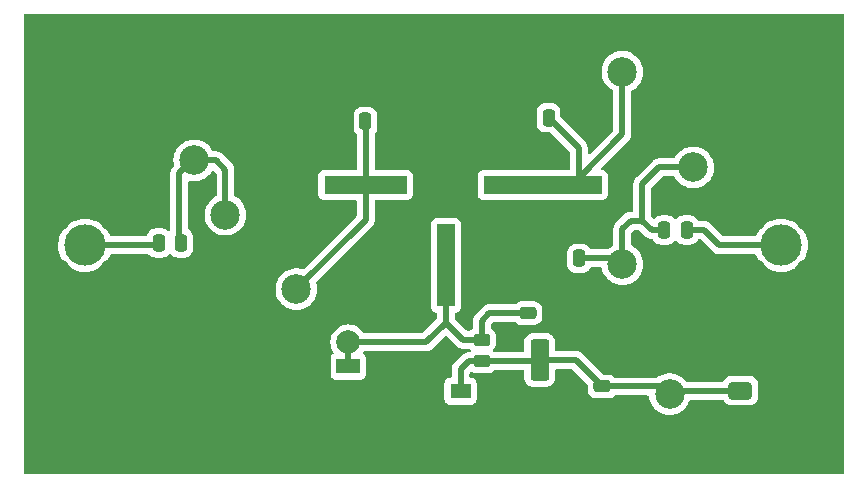
<source format=gtl>
G04 #@! TF.GenerationSoftware,KiCad,Pcbnew,(6.0.4)*
G04 #@! TF.CreationDate,2022-04-05T14:23:39+02:00*
G04 #@! TF.ProjectId,Wzmacniacz antenowy FM,577a6d61-636e-4696-9163-7a20616e7465,rev?*
G04 #@! TF.SameCoordinates,Original*
G04 #@! TF.FileFunction,Copper,L1,Top*
G04 #@! TF.FilePolarity,Positive*
%FSLAX46Y46*%
G04 Gerber Fmt 4.6, Leading zero omitted, Abs format (unit mm)*
G04 Created by KiCad (PCBNEW (6.0.4)) date 2022-04-05 14:23:39*
%MOMM*%
%LPD*%
G01*
G04 APERTURE LIST*
G04 Aperture macros list*
%AMRoundRect*
0 Rectangle with rounded corners*
0 $1 Rounding radius*
0 $2 $3 $4 $5 $6 $7 $8 $9 X,Y pos of 4 corners*
0 Add a 4 corners polygon primitive as box body*
4,1,4,$2,$3,$4,$5,$6,$7,$8,$9,$2,$3,0*
0 Add four circle primitives for the rounded corners*
1,1,$1+$1,$2,$3*
1,1,$1+$1,$4,$5*
1,1,$1+$1,$6,$7*
1,1,$1+$1,$8,$9*
0 Add four rect primitives between the rounded corners*
20,1,$1+$1,$2,$3,$4,$5,0*
20,1,$1+$1,$4,$5,$6,$7,0*
20,1,$1+$1,$6,$7,$8,$9,0*
20,1,$1+$1,$8,$9,$2,$3,0*%
G04 Aperture macros list end*
G04 #@! TA.AperFunction,ComponentPad*
%ADD10C,2.000000*%
G04 #@! TD*
G04 #@! TA.AperFunction,ComponentPad*
%ADD11C,3.500000*%
G04 #@! TD*
G04 #@! TA.AperFunction,ComponentPad*
%ADD12C,2.900000*%
G04 #@! TD*
G04 #@! TA.AperFunction,SMDPad,CuDef*
%ADD13RoundRect,0.250000X0.250000X0.475000X-0.250000X0.475000X-0.250000X-0.475000X0.250000X-0.475000X0*%
G04 #@! TD*
G04 #@! TA.AperFunction,SMDPad,CuDef*
%ADD14RoundRect,0.250000X0.450000X-0.262500X0.450000X0.262500X-0.450000X0.262500X-0.450000X-0.262500X0*%
G04 #@! TD*
G04 #@! TA.AperFunction,ComponentPad*
%ADD15C,2.500000*%
G04 #@! TD*
G04 #@! TA.AperFunction,SMDPad,CuDef*
%ADD16R,10.000000X1.500000*%
G04 #@! TD*
G04 #@! TA.AperFunction,SMDPad,CuDef*
%ADD17R,1.500000X7.000000*%
G04 #@! TD*
G04 #@! TA.AperFunction,SMDPad,CuDef*
%ADD18R,7.000000X1.500000*%
G04 #@! TD*
G04 #@! TA.AperFunction,SMDPad,CuDef*
%ADD19RoundRect,0.250000X-0.250000X-0.475000X0.250000X-0.475000X0.250000X0.475000X-0.250000X0.475000X0*%
G04 #@! TD*
G04 #@! TA.AperFunction,SMDPad,CuDef*
%ADD20RoundRect,0.250000X-0.550000X1.500000X-0.550000X-1.500000X0.550000X-1.500000X0.550000X1.500000X0*%
G04 #@! TD*
G04 #@! TA.AperFunction,ComponentPad*
%ADD21RoundRect,0.312500X-0.687500X0.437500X-0.687500X-0.437500X0.687500X-0.437500X0.687500X0.437500X0*%
G04 #@! TD*
G04 #@! TA.AperFunction,ComponentPad*
%ADD22O,2.000000X1.500000*%
G04 #@! TD*
G04 #@! TA.AperFunction,SMDPad,CuDef*
%ADD23RoundRect,0.250000X-0.475000X0.250000X-0.475000X-0.250000X0.475000X-0.250000X0.475000X0.250000X0*%
G04 #@! TD*
G04 #@! TA.AperFunction,SMDPad,CuDef*
%ADD24RoundRect,0.250000X0.475000X-0.250000X0.475000X0.250000X-0.475000X0.250000X-0.475000X-0.250000X0*%
G04 #@! TD*
G04 #@! TA.AperFunction,SMDPad,CuDef*
%ADD25R,1.700000X1.300000*%
G04 #@! TD*
G04 #@! TA.AperFunction,SMDPad,CuDef*
%ADD26R,2.000000X1.300000*%
G04 #@! TD*
G04 #@! TA.AperFunction,SMDPad,CuDef*
%ADD27R,2.000000X2.000000*%
G04 #@! TD*
G04 #@! TA.AperFunction,Conductor*
%ADD28C,0.500000*%
G04 #@! TD*
G04 APERTURE END LIST*
D10*
G04 #@! TO.P,,1*
G04 #@! TO.N,GND*
X143700000Y-102300000D03*
G04 #@! TD*
G04 #@! TO.P,,1*
G04 #@! TO.N,Net-(C3-Pad1)*
X143700000Y-96200000D03*
G04 #@! TD*
G04 #@! TO.P,REF\u002A\u002A,1*
G04 #@! TO.N,GND*
X150200000Y-99400000D03*
G04 #@! TD*
D11*
G04 #@! TO.P,J1,1,Pin_1*
G04 #@! TO.N,Net-(C1-Pad1)*
X121400000Y-88000000D03*
D12*
G04 #@! TO.P,J1,2,Pin_2*
G04 #@! TO.N,GND*
X118860000Y-85460000D03*
X123940000Y-85460000D03*
X118860000Y-90540000D03*
X123940000Y-90540000D03*
G04 #@! TD*
D11*
G04 #@! TO.P,J3,1,Pin_1*
G04 #@! TO.N,Net-(C8-Pad2)*
X180350000Y-88000000D03*
D12*
G04 #@! TO.P,J3,2,Pin_2*
G04 #@! TO.N,GND*
X177810000Y-90540000D03*
X177810000Y-85460000D03*
X182890000Y-85460000D03*
X182890000Y-90540000D03*
G04 #@! TD*
D13*
G04 #@! TO.P,C5,1*
G04 #@! TO.N,Net-(C5-Pad1)*
X160650000Y-77200000D03*
G04 #@! TO.P,C5,2*
G04 #@! TO.N,GND*
X158750000Y-77200000D03*
G04 #@! TD*
D14*
G04 #@! TO.P,R1,1*
G04 #@! TO.N,+12V*
X155000000Y-97812500D03*
G04 #@! TO.P,R1,2*
G04 #@! TO.N,Net-(C3-Pad1)*
X155000000Y-95987500D03*
G04 #@! TD*
D15*
G04 #@! TO.P,L1,1*
G04 #@! TO.N,GND*
X136150000Y-75400000D03*
G04 #@! TO.P,L1,2*
G04 #@! TO.N,Net-(C1-Pad2)*
X130650000Y-80800000D03*
G04 #@! TD*
D16*
G04 #@! TO.P,Q1,1,D*
G04 #@! TO.N,Net-(C5-Pad1)*
X160160000Y-82900000D03*
D17*
G04 #@! TO.P,Q1,2,S*
G04 #@! TO.N,GND*
X151960000Y-76100000D03*
D18*
G04 #@! TO.P,Q1,3,G1*
G04 #@! TO.N,Net-(C2-Pad1)*
X145160000Y-82900000D03*
D17*
G04 #@! TO.P,Q1,4,G2*
G04 #@! TO.N,Net-(C3-Pad1)*
X151960000Y-89700000D03*
G04 #@! TD*
D19*
G04 #@! TO.P,C8,1*
G04 #@! TO.N,Net-(C7-Pad1)*
X170450000Y-86700000D03*
G04 #@! TO.P,C8,2*
G04 #@! TO.N,Net-(C8-Pad2)*
X172350000Y-86700000D03*
G04 #@! TD*
D20*
G04 #@! TO.P,C6,1*
G04 #@! TO.N,+12V*
X159900000Y-97700000D03*
G04 #@! TO.P,C6,2*
G04 #@! TO.N,GND*
X159900000Y-103300000D03*
G04 #@! TD*
D15*
G04 #@! TO.P,L2,1*
G04 #@! TO.N,Net-(C1-Pad2)*
X133300000Y-85400000D03*
G04 #@! TO.P,L2,2*
G04 #@! TO.N,Net-(C2-Pad1)*
X139300000Y-91700000D03*
G04 #@! TD*
D21*
G04 #@! TO.P,J2,1,Pin_1*
G04 #@! TO.N,+12V*
X176900000Y-100300000D03*
D22*
G04 #@! TO.P,J2,2,Pin_2*
G04 #@! TO.N,GND*
X176900000Y-102300000D03*
G04 #@! TD*
D19*
G04 #@! TO.P,C2,1*
G04 #@! TO.N,Net-(C2-Pad1)*
X145150000Y-77500000D03*
G04 #@! TO.P,C2,2*
G04 #@! TO.N,GND*
X147050000Y-77500000D03*
G04 #@! TD*
D23*
G04 #@! TO.P,C4,1*
G04 #@! TO.N,+12V*
X165200000Y-99950000D03*
G04 #@! TO.P,C4,2*
G04 #@! TO.N,GND*
X165200000Y-101850000D03*
G04 #@! TD*
D24*
G04 #@! TO.P,C3,1*
G04 #@! TO.N,Net-(C3-Pad1)*
X158900000Y-93750000D03*
G04 #@! TO.P,C3,2*
G04 #@! TO.N,GND*
X158900000Y-91850000D03*
G04 #@! TD*
D15*
G04 #@! TO.P,L4,2*
G04 #@! TO.N,Net-(C7-Pad1)*
X166900000Y-89600000D03*
G04 #@! TO.P,L4,1*
G04 #@! TO.N,+12V*
X170900000Y-100600000D03*
G04 #@! TD*
D13*
G04 #@! TO.P,C7,1*
G04 #@! TO.N,Net-(C7-Pad1)*
X163250000Y-89100000D03*
G04 #@! TO.P,C7,2*
G04 #@! TO.N,GND*
X161350000Y-89100000D03*
G04 #@! TD*
D25*
G04 #@! TO.P,D1,1,K*
G04 #@! TO.N,+12V*
X153200000Y-100350000D03*
G04 #@! TO.P,D1,2,A*
G04 #@! TO.N,GND*
X153200000Y-103850000D03*
G04 #@! TD*
D19*
G04 #@! TO.P,C1,1*
G04 #@! TO.N,Net-(C1-Pad1)*
X127650000Y-87800000D03*
G04 #@! TO.P,C1,2*
G04 #@! TO.N,Net-(C1-Pad2)*
X129550000Y-87800000D03*
G04 #@! TD*
D26*
G04 #@! TO.P,RV1,1,1*
G04 #@! TO.N,Net-(C3-Pad1)*
X143700000Y-98250000D03*
D27*
G04 #@! TO.P,RV1,2,2*
G04 #@! TO.N,GND*
X147700000Y-99400000D03*
D26*
G04 #@! TO.P,RV1,3,3*
X143700000Y-100550000D03*
G04 #@! TD*
D15*
G04 #@! TO.P,L3,1*
G04 #@! TO.N,Net-(C5-Pad1)*
X166900000Y-73300000D03*
G04 #@! TO.P,L3,2*
G04 #@! TO.N,Net-(C7-Pad1)*
X172900000Y-81400000D03*
G04 #@! TD*
D28*
G04 #@! TO.N,+12V*
X171200000Y-100300000D02*
X176900000Y-100300000D01*
X170900000Y-100600000D02*
X171200000Y-100300000D01*
X170250000Y-99950000D02*
X165200000Y-99950000D01*
X170900000Y-100600000D02*
X170250000Y-99950000D01*
G04 #@! TO.N,Net-(C7-Pad1)*
X170000000Y-81400000D02*
X168600000Y-82800000D01*
X168600000Y-82800000D02*
X168600000Y-85900000D01*
X172900000Y-81400000D02*
X170000000Y-81400000D01*
X167600000Y-85900000D02*
X166900000Y-86600000D01*
X166900000Y-86600000D02*
X166900000Y-89600000D01*
X168600000Y-85900000D02*
X167600000Y-85900000D01*
G04 #@! TO.N,Net-(C8-Pad2)*
X175100000Y-88000000D02*
X173800000Y-86700000D01*
X173800000Y-86700000D02*
X172350000Y-86700000D01*
X180350000Y-88000000D02*
X175100000Y-88000000D01*
G04 #@! TO.N,Net-(C7-Pad1)*
X169400000Y-86700000D02*
X170450000Y-86700000D01*
X168600000Y-85900000D02*
X169400000Y-86700000D01*
G04 #@! TO.N,Net-(C1-Pad2)*
X129400000Y-81900000D02*
X129400000Y-87650000D01*
X129400000Y-87650000D02*
X129550000Y-87800000D01*
X130500000Y-80800000D02*
X129400000Y-81900000D01*
X130650000Y-80800000D02*
X130500000Y-80800000D01*
G04 #@! TO.N,Net-(C1-Pad1)*
X127450000Y-88000000D02*
X127650000Y-87800000D01*
X121400000Y-88000000D02*
X127450000Y-88000000D01*
G04 #@! TO.N,Net-(C1-Pad2)*
X133300000Y-81600000D02*
X132500000Y-80800000D01*
X132500000Y-80800000D02*
X130650000Y-80800000D01*
X133300000Y-85400000D02*
X133300000Y-81600000D01*
G04 #@! TO.N,Net-(C2-Pad1)*
X139300000Y-91700000D02*
X145160000Y-85840000D01*
X145160000Y-85840000D02*
X145160000Y-82900000D01*
X145160000Y-77590000D02*
X145160000Y-82900000D01*
G04 #@! TO.N,Net-(C3-Pad1)*
X151960000Y-94540000D02*
X151960000Y-89700000D01*
X155000000Y-95987500D02*
X153407500Y-95987500D01*
X150300000Y-96200000D02*
X151960000Y-94540000D01*
X155000000Y-94400000D02*
X155000000Y-95987500D01*
X158900000Y-93750000D02*
X155650000Y-93750000D01*
X153407500Y-95987500D02*
X151960000Y-94540000D01*
X155650000Y-93750000D02*
X155000000Y-94400000D01*
X143700000Y-96200000D02*
X150300000Y-96200000D01*
X143700000Y-96200000D02*
X143700000Y-98250000D01*
G04 #@! TO.N,+12V*
X153200000Y-100350000D02*
X153200000Y-98500000D01*
X155000000Y-97812500D02*
X159787500Y-97812500D01*
X159900000Y-97700000D02*
X162950000Y-97700000D01*
X170200000Y-99900000D02*
X170900000Y-100600000D01*
X153200000Y-98500000D02*
X153887500Y-97812500D01*
X153887500Y-97812500D02*
X155000000Y-97812500D01*
X159787500Y-97812500D02*
X159900000Y-97700000D01*
X162950000Y-97700000D02*
X165200000Y-99950000D01*
G04 #@! TO.N,Net-(C5-Pad1)*
X163200000Y-82100000D02*
X163300000Y-82200000D01*
X166900000Y-73300000D02*
X166900000Y-78600000D01*
X166900000Y-78600000D02*
X163300000Y-82200000D01*
X163200000Y-79750000D02*
X163200000Y-82100000D01*
X162600000Y-82900000D02*
X160160000Y-82900000D01*
X163300000Y-82200000D02*
X162600000Y-82900000D01*
X160650000Y-77200000D02*
X163200000Y-79750000D01*
G04 #@! TO.N,Net-(C7-Pad1)*
X166400000Y-89100000D02*
X166900000Y-89600000D01*
X163250000Y-89100000D02*
X166400000Y-89100000D01*
G04 #@! TD*
G04 #@! TA.AperFunction,Conductor*
G04 #@! TO.N,GND*
G36*
X185633621Y-68428502D02*
G01*
X185680114Y-68482158D01*
X185691500Y-68534500D01*
X185691500Y-107265500D01*
X185671498Y-107333621D01*
X185617842Y-107380114D01*
X185565500Y-107391500D01*
X116334500Y-107391500D01*
X116266379Y-107371498D01*
X116219886Y-107317842D01*
X116208500Y-107265500D01*
X116208500Y-96200000D01*
X142186835Y-96200000D01*
X142205465Y-96436711D01*
X142206619Y-96441518D01*
X142206620Y-96441524D01*
X142239618Y-96578968D01*
X142260895Y-96667594D01*
X142262788Y-96672165D01*
X142262789Y-96672167D01*
X142346004Y-96873066D01*
X142351760Y-96886963D01*
X142354346Y-96891183D01*
X142433959Y-97021099D01*
X142452497Y-97089632D01*
X142431041Y-97157309D01*
X142402091Y-97187760D01*
X142367584Y-97213622D01*
X142336739Y-97236739D01*
X142249385Y-97353295D01*
X142198255Y-97489684D01*
X142191500Y-97551866D01*
X142191500Y-98948134D01*
X142198255Y-99010316D01*
X142249385Y-99146705D01*
X142336739Y-99263261D01*
X142453295Y-99350615D01*
X142589684Y-99401745D01*
X142651866Y-99408500D01*
X144748134Y-99408500D01*
X144810316Y-99401745D01*
X144946705Y-99350615D01*
X145063261Y-99263261D01*
X145150615Y-99146705D01*
X145201745Y-99010316D01*
X145208500Y-98948134D01*
X145208500Y-97551866D01*
X145201745Y-97489684D01*
X145150615Y-97353295D01*
X145063261Y-97236739D01*
X144997907Y-97187759D01*
X144955393Y-97130901D01*
X144950367Y-97060083D01*
X144966048Y-97021088D01*
X144967541Y-97018651D01*
X145020195Y-96971026D01*
X145074965Y-96958500D01*
X150232930Y-96958500D01*
X150251880Y-96959933D01*
X150266115Y-96962099D01*
X150266119Y-96962099D01*
X150273349Y-96963199D01*
X150280641Y-96962606D01*
X150280644Y-96962606D01*
X150326018Y-96958915D01*
X150336233Y-96958500D01*
X150344293Y-96958500D01*
X150357583Y-96956951D01*
X150372507Y-96955211D01*
X150376882Y-96954778D01*
X150442339Y-96949454D01*
X150442342Y-96949453D01*
X150449637Y-96948860D01*
X150456601Y-96946604D01*
X150462560Y-96945413D01*
X150468415Y-96944029D01*
X150475681Y-96943182D01*
X150544327Y-96918265D01*
X150548455Y-96916848D01*
X150610936Y-96896607D01*
X150610938Y-96896606D01*
X150617899Y-96894351D01*
X150624154Y-96890555D01*
X150629628Y-96888049D01*
X150635058Y-96885330D01*
X150641937Y-96882833D01*
X150682690Y-96856114D01*
X150702976Y-96842814D01*
X150706680Y-96840477D01*
X150769107Y-96802595D01*
X150777484Y-96795197D01*
X150777508Y-96795224D01*
X150780500Y-96792571D01*
X150783733Y-96789868D01*
X150789852Y-96785856D01*
X150843128Y-96729617D01*
X150845506Y-96727175D01*
X151870905Y-95701776D01*
X151933217Y-95667750D01*
X152004032Y-95672815D01*
X152049095Y-95701776D01*
X152823730Y-96476411D01*
X152836116Y-96490823D01*
X152844649Y-96502418D01*
X152844654Y-96502423D01*
X152848992Y-96508318D01*
X152854570Y-96513057D01*
X152854573Y-96513060D01*
X152889268Y-96542535D01*
X152896784Y-96549465D01*
X152902479Y-96555160D01*
X152905361Y-96557440D01*
X152924751Y-96572781D01*
X152928155Y-96575572D01*
X152978203Y-96618091D01*
X152983785Y-96622833D01*
X152990301Y-96626161D01*
X152995350Y-96629528D01*
X153000479Y-96632695D01*
X153006216Y-96637234D01*
X153072375Y-96668155D01*
X153076269Y-96670058D01*
X153141308Y-96703269D01*
X153148416Y-96705008D01*
X153154059Y-96707107D01*
X153159822Y-96709024D01*
X153166450Y-96712122D01*
X153173612Y-96713612D01*
X153173613Y-96713612D01*
X153237912Y-96726986D01*
X153242196Y-96727956D01*
X153313110Y-96745308D01*
X153318712Y-96745656D01*
X153318715Y-96745656D01*
X153324264Y-96746000D01*
X153324262Y-96746036D01*
X153328255Y-96746275D01*
X153332447Y-96746649D01*
X153339615Y-96748140D01*
X153417020Y-96746046D01*
X153420428Y-96746000D01*
X153921085Y-96746000D01*
X153989206Y-96766002D01*
X154010102Y-96782827D01*
X154038108Y-96810784D01*
X154072188Y-96873066D01*
X154067185Y-96943886D01*
X154038265Y-96988974D01*
X154031131Y-96996121D01*
X154013826Y-97013456D01*
X153951543Y-97047536D01*
X153920802Y-97050313D01*
X153914151Y-97049301D01*
X153906859Y-97049894D01*
X153906857Y-97049894D01*
X153861482Y-97053585D01*
X153851267Y-97054000D01*
X153843207Y-97054000D01*
X153839573Y-97054424D01*
X153839567Y-97054424D01*
X153826542Y-97055943D01*
X153814980Y-97057291D01*
X153810632Y-97057721D01*
X153737864Y-97063640D01*
X153730903Y-97065895D01*
X153724963Y-97067082D01*
X153719088Y-97068471D01*
X153711819Y-97069318D01*
X153643170Y-97094236D01*
X153639042Y-97095653D01*
X153576564Y-97115893D01*
X153576562Y-97115894D01*
X153569601Y-97118149D01*
X153563346Y-97121945D01*
X153557872Y-97124451D01*
X153552442Y-97127170D01*
X153545563Y-97129667D01*
X153539443Y-97133680D01*
X153539442Y-97133680D01*
X153484524Y-97169686D01*
X153480820Y-97172023D01*
X153418393Y-97209905D01*
X153410016Y-97217303D01*
X153409992Y-97217276D01*
X153407000Y-97219929D01*
X153403767Y-97222632D01*
X153397648Y-97226644D01*
X153392616Y-97231956D01*
X153344372Y-97282883D01*
X153341994Y-97285325D01*
X152711089Y-97916230D01*
X152696677Y-97928616D01*
X152685082Y-97937149D01*
X152685077Y-97937154D01*
X152679182Y-97941492D01*
X152674443Y-97947070D01*
X152674440Y-97947073D01*
X152644965Y-97981768D01*
X152638035Y-97989284D01*
X152632340Y-97994979D01*
X152630060Y-97997861D01*
X152614719Y-98017251D01*
X152611928Y-98020655D01*
X152569409Y-98070703D01*
X152564667Y-98076285D01*
X152561339Y-98082801D01*
X152557972Y-98087850D01*
X152554805Y-98092979D01*
X152550266Y-98098716D01*
X152519345Y-98164875D01*
X152517442Y-98168769D01*
X152484231Y-98233808D01*
X152482492Y-98240916D01*
X152480393Y-98246559D01*
X152478476Y-98252322D01*
X152475378Y-98258950D01*
X152473888Y-98266112D01*
X152473888Y-98266113D01*
X152460514Y-98330412D01*
X152459544Y-98334696D01*
X152442192Y-98405610D01*
X152441500Y-98416764D01*
X152441464Y-98416762D01*
X152441225Y-98420755D01*
X152440851Y-98424947D01*
X152439360Y-98432115D01*
X152439558Y-98439432D01*
X152441454Y-98509521D01*
X152441500Y-98512928D01*
X152441500Y-99065500D01*
X152421498Y-99133621D01*
X152367842Y-99180114D01*
X152315500Y-99191500D01*
X152301866Y-99191500D01*
X152239684Y-99198255D01*
X152103295Y-99249385D01*
X151986739Y-99336739D01*
X151899385Y-99453295D01*
X151848255Y-99589684D01*
X151841500Y-99651866D01*
X151841500Y-101048134D01*
X151848255Y-101110316D01*
X151899385Y-101246705D01*
X151986739Y-101363261D01*
X152103295Y-101450615D01*
X152239684Y-101501745D01*
X152301866Y-101508500D01*
X154098134Y-101508500D01*
X154160316Y-101501745D01*
X154296705Y-101450615D01*
X154413261Y-101363261D01*
X154500615Y-101246705D01*
X154551745Y-101110316D01*
X154558500Y-101048134D01*
X154558500Y-99651866D01*
X154551745Y-99589684D01*
X154500615Y-99453295D01*
X154413261Y-99336739D01*
X154296705Y-99249385D01*
X154160316Y-99198255D01*
X154098134Y-99191500D01*
X154084500Y-99191500D01*
X154016379Y-99171498D01*
X153969886Y-99117842D01*
X153958500Y-99065500D01*
X153958500Y-98866372D01*
X153978502Y-98798251D01*
X153995403Y-98777278D01*
X154006131Y-98766550D01*
X154019681Y-98752999D01*
X154081991Y-98718974D01*
X154152807Y-98724037D01*
X154174893Y-98734834D01*
X154220090Y-98762694D01*
X154227262Y-98767115D01*
X154257903Y-98777278D01*
X154388611Y-98820632D01*
X154388613Y-98820632D01*
X154395139Y-98822797D01*
X154401975Y-98823497D01*
X154401978Y-98823498D01*
X154445031Y-98827909D01*
X154499600Y-98833500D01*
X155500400Y-98833500D01*
X155503646Y-98833163D01*
X155503650Y-98833163D01*
X155599308Y-98823238D01*
X155599312Y-98823237D01*
X155606166Y-98822526D01*
X155612702Y-98820345D01*
X155612704Y-98820345D01*
X155744806Y-98776272D01*
X155773946Y-98766550D01*
X155924348Y-98673478D01*
X155989731Y-98607982D01*
X156052013Y-98573903D01*
X156078903Y-98571000D01*
X158465500Y-98571000D01*
X158533621Y-98591002D01*
X158580114Y-98644658D01*
X158591500Y-98697000D01*
X158591500Y-99250400D01*
X158591837Y-99253646D01*
X158591837Y-99253650D01*
X158593393Y-99268642D01*
X158602474Y-99356166D01*
X158604655Y-99362702D01*
X158604655Y-99362704D01*
X158626635Y-99428585D01*
X158658450Y-99523946D01*
X158751522Y-99674348D01*
X158876697Y-99799305D01*
X158882927Y-99803145D01*
X158882928Y-99803146D01*
X159020090Y-99887694D01*
X159027262Y-99892115D01*
X159107005Y-99918564D01*
X159188611Y-99945632D01*
X159188613Y-99945632D01*
X159195139Y-99947797D01*
X159201975Y-99948497D01*
X159201978Y-99948498D01*
X159245031Y-99952909D01*
X159299600Y-99958500D01*
X160500400Y-99958500D01*
X160503646Y-99958163D01*
X160503650Y-99958163D01*
X160599308Y-99948238D01*
X160599312Y-99948237D01*
X160606166Y-99947526D01*
X160612702Y-99945345D01*
X160612704Y-99945345D01*
X160744806Y-99901272D01*
X160773946Y-99891550D01*
X160924348Y-99798478D01*
X161049305Y-99673303D01*
X161096006Y-99597540D01*
X161138275Y-99528968D01*
X161138276Y-99528966D01*
X161142115Y-99522738D01*
X161178742Y-99412311D01*
X161195632Y-99361389D01*
X161195632Y-99361387D01*
X161197797Y-99354861D01*
X161208500Y-99250400D01*
X161208500Y-98584500D01*
X161228502Y-98516379D01*
X161282158Y-98469886D01*
X161334500Y-98458500D01*
X162583629Y-98458500D01*
X162651750Y-98478502D01*
X162672724Y-98495405D01*
X163929595Y-99752276D01*
X163963621Y-99814588D01*
X163966500Y-99841371D01*
X163966500Y-100250400D01*
X163977474Y-100356166D01*
X164033450Y-100523946D01*
X164126522Y-100674348D01*
X164251697Y-100799305D01*
X164257927Y-100803145D01*
X164257928Y-100803146D01*
X164395090Y-100887694D01*
X164402262Y-100892115D01*
X164482005Y-100918564D01*
X164563611Y-100945632D01*
X164563613Y-100945632D01*
X164570139Y-100947797D01*
X164576975Y-100948497D01*
X164576978Y-100948498D01*
X164620031Y-100952909D01*
X164674600Y-100958500D01*
X165725400Y-100958500D01*
X165728646Y-100958163D01*
X165728650Y-100958163D01*
X165824308Y-100948238D01*
X165824312Y-100948237D01*
X165831166Y-100947526D01*
X165837702Y-100945345D01*
X165837704Y-100945345D01*
X165969806Y-100901272D01*
X165998946Y-100891550D01*
X166149348Y-100798478D01*
X166202252Y-100745482D01*
X166264535Y-100711403D01*
X166291425Y-100708500D01*
X169025521Y-100708500D01*
X169093642Y-100728502D01*
X169140135Y-100782158D01*
X169149404Y-100814969D01*
X169149713Y-100814908D01*
X169150625Y-100819491D01*
X169150625Y-100819494D01*
X169188903Y-101011930D01*
X169200704Y-101071256D01*
X169289026Y-101317252D01*
X169291242Y-101321376D01*
X169391787Y-101508500D01*
X169412737Y-101547491D01*
X169415532Y-101551234D01*
X169415534Y-101551237D01*
X169566330Y-101753177D01*
X169566335Y-101753183D01*
X169569122Y-101756915D01*
X169572431Y-101760195D01*
X169572436Y-101760201D01*
X169751426Y-101937635D01*
X169754743Y-101940923D01*
X169758505Y-101943681D01*
X169758508Y-101943684D01*
X169961750Y-102092707D01*
X169965524Y-102095474D01*
X169969667Y-102097654D01*
X169969669Y-102097655D01*
X170192684Y-102214989D01*
X170192689Y-102214991D01*
X170196834Y-102217172D01*
X170443590Y-102303344D01*
X170448183Y-102304216D01*
X170695785Y-102351224D01*
X170695788Y-102351224D01*
X170700374Y-102352095D01*
X170830959Y-102357226D01*
X170956875Y-102362174D01*
X170956881Y-102362174D01*
X170961543Y-102362357D01*
X171040977Y-102353657D01*
X171216707Y-102334412D01*
X171216712Y-102334411D01*
X171221360Y-102333902D01*
X171334116Y-102304216D01*
X171469594Y-102268548D01*
X171469596Y-102268547D01*
X171474117Y-102267357D01*
X171714262Y-102164182D01*
X171936519Y-102026646D01*
X171940082Y-102023629D01*
X171940087Y-102023626D01*
X172132439Y-101860787D01*
X172132440Y-101860786D01*
X172136005Y-101857768D01*
X172227729Y-101753177D01*
X172305257Y-101664774D01*
X172305261Y-101664769D01*
X172308339Y-101661259D01*
X172449733Y-101441437D01*
X172557083Y-101203129D01*
X172571983Y-101150298D01*
X172609725Y-101090165D01*
X172673986Y-101059982D01*
X172693252Y-101058500D01*
X175376687Y-101058500D01*
X175444808Y-101078502D01*
X175490127Y-101129661D01*
X175513379Y-101177760D01*
X175628292Y-101321708D01*
X175772240Y-101436621D01*
X175778583Y-101439687D01*
X175778584Y-101439688D01*
X175790332Y-101445367D01*
X175938070Y-101516786D01*
X175944931Y-101518370D01*
X176112341Y-101557020D01*
X176112344Y-101557020D01*
X176117540Y-101558220D01*
X176122396Y-101558500D01*
X177677604Y-101558500D01*
X177682460Y-101558220D01*
X177687656Y-101557020D01*
X177687659Y-101557020D01*
X177855069Y-101518370D01*
X177861930Y-101516786D01*
X178009668Y-101445367D01*
X178021416Y-101439688D01*
X178021417Y-101439687D01*
X178027760Y-101436621D01*
X178171708Y-101321708D01*
X178286621Y-101177760D01*
X178366786Y-101011930D01*
X178379199Y-100958163D01*
X178407020Y-100837659D01*
X178407020Y-100837656D01*
X178408220Y-100832460D01*
X178408500Y-100827604D01*
X178408500Y-99772396D01*
X178408220Y-99767540D01*
X178381515Y-99651866D01*
X178368370Y-99594931D01*
X178366786Y-99588070D01*
X178286621Y-99422240D01*
X178171708Y-99278292D01*
X178027760Y-99163379D01*
X177861930Y-99083214D01*
X177841546Y-99078508D01*
X177687659Y-99042980D01*
X177687656Y-99042980D01*
X177682460Y-99041780D01*
X177677604Y-99041500D01*
X176122396Y-99041500D01*
X176117540Y-99041780D01*
X176112344Y-99042980D01*
X176112341Y-99042980D01*
X175958454Y-99078508D01*
X175938070Y-99083214D01*
X175772240Y-99163379D01*
X175628292Y-99278292D01*
X175513379Y-99422240D01*
X175510312Y-99428585D01*
X175490127Y-99470339D01*
X175442471Y-99522964D01*
X175376687Y-99541500D01*
X172365989Y-99541500D01*
X172297868Y-99521498D01*
X172267039Y-99493506D01*
X172203030Y-99412311D01*
X172203027Y-99412308D01*
X172200138Y-99408643D01*
X172009763Y-99229557D01*
X171831464Y-99105866D01*
X171798851Y-99083241D01*
X171798848Y-99083239D01*
X171795009Y-99080576D01*
X171764438Y-99065500D01*
X171564781Y-98967040D01*
X171564778Y-98967039D01*
X171560593Y-98964975D01*
X171518504Y-98951502D01*
X171316123Y-98886720D01*
X171311665Y-98885293D01*
X171053693Y-98843279D01*
X170939942Y-98841790D01*
X170797022Y-98839919D01*
X170797019Y-98839919D01*
X170792345Y-98839858D01*
X170533362Y-98875104D01*
X170282433Y-98948243D01*
X170278180Y-98950203D01*
X170278179Y-98950204D01*
X170241659Y-98967040D01*
X170045072Y-99057668D01*
X169985303Y-99096854D01*
X169872407Y-99170872D01*
X169803322Y-99191500D01*
X166291393Y-99191500D01*
X166223272Y-99171498D01*
X166202375Y-99154673D01*
X166153483Y-99105866D01*
X166148303Y-99100695D01*
X166112309Y-99078508D01*
X166003968Y-99011725D01*
X166003966Y-99011724D01*
X165997738Y-99007885D01*
X165917995Y-98981436D01*
X165836389Y-98954368D01*
X165836387Y-98954368D01*
X165829861Y-98952203D01*
X165823025Y-98951503D01*
X165823022Y-98951502D01*
X165778416Y-98946932D01*
X165725400Y-98941500D01*
X165316371Y-98941500D01*
X165248250Y-98921498D01*
X165227276Y-98904595D01*
X163533770Y-97211089D01*
X163521384Y-97196677D01*
X163512851Y-97185082D01*
X163512846Y-97185077D01*
X163508508Y-97179182D01*
X163502930Y-97174443D01*
X163502927Y-97174440D01*
X163468232Y-97144965D01*
X163460716Y-97138035D01*
X163455021Y-97132340D01*
X163445869Y-97125099D01*
X163432749Y-97114719D01*
X163429345Y-97111928D01*
X163379297Y-97069409D01*
X163379295Y-97069408D01*
X163373715Y-97064667D01*
X163367199Y-97061339D01*
X163362150Y-97057972D01*
X163357021Y-97054805D01*
X163351284Y-97050266D01*
X163285125Y-97019345D01*
X163281225Y-97017439D01*
X163273425Y-97013456D01*
X163216192Y-96984231D01*
X163209084Y-96982492D01*
X163203441Y-96980393D01*
X163197678Y-96978476D01*
X163191050Y-96975378D01*
X163119583Y-96960513D01*
X163115299Y-96959543D01*
X163044390Y-96942192D01*
X163038788Y-96941844D01*
X163038785Y-96941844D01*
X163033236Y-96941500D01*
X163033238Y-96941464D01*
X163029245Y-96941225D01*
X163025053Y-96940851D01*
X163017885Y-96939360D01*
X162951675Y-96941151D01*
X162940479Y-96941454D01*
X162937072Y-96941500D01*
X161334500Y-96941500D01*
X161266379Y-96921498D01*
X161219886Y-96867842D01*
X161208500Y-96815500D01*
X161208500Y-96149600D01*
X161197526Y-96043834D01*
X161141550Y-95876054D01*
X161048478Y-95725652D01*
X160923303Y-95600695D01*
X160861009Y-95562296D01*
X160778968Y-95511725D01*
X160778966Y-95511724D01*
X160772738Y-95507885D01*
X160612254Y-95454655D01*
X160611389Y-95454368D01*
X160611387Y-95454368D01*
X160604861Y-95452203D01*
X160598025Y-95451503D01*
X160598022Y-95451502D01*
X160554969Y-95447091D01*
X160500400Y-95441500D01*
X159299600Y-95441500D01*
X159296354Y-95441837D01*
X159296350Y-95441837D01*
X159200692Y-95451762D01*
X159200688Y-95451763D01*
X159193834Y-95452474D01*
X159187298Y-95454655D01*
X159187296Y-95454655D01*
X159055194Y-95498728D01*
X159026054Y-95508450D01*
X158875652Y-95601522D01*
X158750695Y-95726697D01*
X158657885Y-95877262D01*
X158602203Y-96045139D01*
X158591500Y-96149600D01*
X158591500Y-96928000D01*
X158571498Y-96996121D01*
X158517842Y-97042614D01*
X158465500Y-97054000D01*
X156078915Y-97054000D01*
X156010794Y-97033998D01*
X155989898Y-97017173D01*
X155961892Y-96989216D01*
X155927812Y-96926934D01*
X155932815Y-96856114D01*
X155961736Y-96811025D01*
X156044134Y-96728483D01*
X156049305Y-96723303D01*
X156056197Y-96712122D01*
X156138275Y-96578968D01*
X156138276Y-96578966D01*
X156142115Y-96572738D01*
X156174065Y-96476411D01*
X156195632Y-96411389D01*
X156195632Y-96411387D01*
X156197797Y-96404861D01*
X156208500Y-96300400D01*
X156208500Y-95674600D01*
X156207789Y-95667750D01*
X156198238Y-95575692D01*
X156198237Y-95575688D01*
X156197526Y-95568834D01*
X156141550Y-95401054D01*
X156048478Y-95250652D01*
X155923303Y-95125695D01*
X155818383Y-95061021D01*
X155770891Y-95008250D01*
X155758500Y-94953762D01*
X155758500Y-94766371D01*
X155778502Y-94698250D01*
X155795405Y-94677276D01*
X155927276Y-94545405D01*
X155989588Y-94511379D01*
X156016371Y-94508500D01*
X157808607Y-94508500D01*
X157876728Y-94528502D01*
X157897625Y-94545327D01*
X157951697Y-94599305D01*
X157957927Y-94603145D01*
X157957928Y-94603146D01*
X158095090Y-94687694D01*
X158102262Y-94692115D01*
X158168789Y-94714181D01*
X158263611Y-94745632D01*
X158263613Y-94745632D01*
X158270139Y-94747797D01*
X158276975Y-94748497D01*
X158276978Y-94748498D01*
X158320031Y-94752909D01*
X158374600Y-94758500D01*
X159425400Y-94758500D01*
X159428646Y-94758163D01*
X159428650Y-94758163D01*
X159524308Y-94748238D01*
X159524312Y-94748237D01*
X159531166Y-94747526D01*
X159537702Y-94745345D01*
X159537704Y-94745345D01*
X159678864Y-94698250D01*
X159698946Y-94691550D01*
X159849348Y-94598478D01*
X159974305Y-94473303D01*
X160067115Y-94322738D01*
X160099261Y-94225819D01*
X160120632Y-94161389D01*
X160120632Y-94161387D01*
X160122797Y-94154861D01*
X160133500Y-94050400D01*
X160133500Y-93449600D01*
X160128541Y-93401802D01*
X160123238Y-93350692D01*
X160123237Y-93350688D01*
X160122526Y-93343834D01*
X160114147Y-93318717D01*
X160068868Y-93183002D01*
X160066550Y-93176054D01*
X159973478Y-93025652D01*
X159957113Y-93009315D01*
X159853483Y-92905866D01*
X159848303Y-92900695D01*
X159771215Y-92853177D01*
X159703968Y-92811725D01*
X159703966Y-92811724D01*
X159697738Y-92807885D01*
X159567762Y-92764774D01*
X159536389Y-92754368D01*
X159536387Y-92754368D01*
X159529861Y-92752203D01*
X159523025Y-92751503D01*
X159523022Y-92751502D01*
X159479969Y-92747091D01*
X159425400Y-92741500D01*
X158374600Y-92741500D01*
X158371354Y-92741837D01*
X158371350Y-92741837D01*
X158275692Y-92751762D01*
X158275688Y-92751763D01*
X158268834Y-92752474D01*
X158262298Y-92754655D01*
X158262296Y-92754655D01*
X158130194Y-92798728D01*
X158101054Y-92808450D01*
X157950652Y-92901522D01*
X157945479Y-92906704D01*
X157897748Y-92954518D01*
X157835465Y-92988597D01*
X157808575Y-92991500D01*
X155717070Y-92991500D01*
X155698120Y-92990067D01*
X155683885Y-92987901D01*
X155683881Y-92987901D01*
X155676651Y-92986801D01*
X155669359Y-92987394D01*
X155669356Y-92987394D01*
X155623982Y-92991085D01*
X155613767Y-92991500D01*
X155605707Y-92991500D01*
X155602073Y-92991924D01*
X155602067Y-92991924D01*
X155589042Y-92993443D01*
X155577480Y-92994791D01*
X155573132Y-92995221D01*
X155500364Y-93001140D01*
X155493403Y-93003395D01*
X155487463Y-93004582D01*
X155481588Y-93005971D01*
X155474319Y-93006818D01*
X155405670Y-93031736D01*
X155401542Y-93033153D01*
X155339064Y-93053393D01*
X155339062Y-93053394D01*
X155332101Y-93055649D01*
X155325846Y-93059445D01*
X155320372Y-93061951D01*
X155314942Y-93064670D01*
X155308063Y-93067167D01*
X155301943Y-93071180D01*
X155301942Y-93071180D01*
X155247024Y-93107186D01*
X155243320Y-93109523D01*
X155180893Y-93147405D01*
X155172516Y-93154803D01*
X155172492Y-93154776D01*
X155169500Y-93157429D01*
X155166267Y-93160132D01*
X155160148Y-93164144D01*
X155142284Y-93183002D01*
X155106872Y-93220383D01*
X155104494Y-93222825D01*
X154511089Y-93816230D01*
X154496677Y-93828616D01*
X154485082Y-93837149D01*
X154485077Y-93837154D01*
X154479182Y-93841492D01*
X154474443Y-93847070D01*
X154474440Y-93847073D01*
X154444965Y-93881768D01*
X154438035Y-93889284D01*
X154432340Y-93894979D01*
X154430060Y-93897861D01*
X154414719Y-93917251D01*
X154411928Y-93920655D01*
X154369409Y-93970703D01*
X154364667Y-93976285D01*
X154361339Y-93982801D01*
X154357972Y-93987850D01*
X154354805Y-93992979D01*
X154350266Y-93998716D01*
X154319345Y-94064875D01*
X154317442Y-94068769D01*
X154284231Y-94133808D01*
X154282492Y-94140916D01*
X154280393Y-94146559D01*
X154278476Y-94152322D01*
X154275378Y-94158950D01*
X154273888Y-94166112D01*
X154273888Y-94166113D01*
X154260514Y-94230412D01*
X154259544Y-94234696D01*
X154242192Y-94305610D01*
X154241500Y-94316764D01*
X154241464Y-94316762D01*
X154241225Y-94320755D01*
X154240851Y-94324947D01*
X154239360Y-94332115D01*
X154239558Y-94339432D01*
X154241454Y-94409521D01*
X154241500Y-94412928D01*
X154241500Y-94953689D01*
X154221498Y-95021810D01*
X154181804Y-95060833D01*
X154075652Y-95126522D01*
X154070479Y-95131704D01*
X154010270Y-95192018D01*
X153947987Y-95226097D01*
X153921097Y-95229000D01*
X153773871Y-95229000D01*
X153705750Y-95208998D01*
X153684776Y-95192095D01*
X152755405Y-94262724D01*
X152721379Y-94200412D01*
X152718500Y-94173629D01*
X152718500Y-93824493D01*
X152738502Y-93756372D01*
X152792158Y-93709879D01*
X152813763Y-93702457D01*
X152820316Y-93701745D01*
X152827711Y-93698973D01*
X152827714Y-93698972D01*
X152948297Y-93653767D01*
X152956705Y-93650615D01*
X153073261Y-93563261D01*
X153160615Y-93446705D01*
X153211745Y-93310316D01*
X153218500Y-93248134D01*
X153218500Y-89625400D01*
X162241500Y-89625400D01*
X162252474Y-89731166D01*
X162308450Y-89898946D01*
X162401522Y-90049348D01*
X162526697Y-90174305D01*
X162532927Y-90178145D01*
X162532928Y-90178146D01*
X162670710Y-90263076D01*
X162677262Y-90267115D01*
X162757005Y-90293564D01*
X162838611Y-90320632D01*
X162838613Y-90320632D01*
X162845139Y-90322797D01*
X162851975Y-90323497D01*
X162851978Y-90323498D01*
X162895031Y-90327909D01*
X162949600Y-90333500D01*
X163550400Y-90333500D01*
X163553646Y-90333163D01*
X163553650Y-90333163D01*
X163649308Y-90323238D01*
X163649312Y-90323237D01*
X163656166Y-90322526D01*
X163662702Y-90320345D01*
X163662704Y-90320345D01*
X163794806Y-90276272D01*
X163823946Y-90266550D01*
X163974348Y-90173478D01*
X164099305Y-90048303D01*
X164116230Y-90020846D01*
X164179389Y-89918384D01*
X164232162Y-89870890D01*
X164286649Y-89858500D01*
X165054979Y-89858500D01*
X165123100Y-89878502D01*
X165169593Y-89932158D01*
X165178557Y-89959916D01*
X165200704Y-90071256D01*
X165289026Y-90317252D01*
X165292242Y-90323238D01*
X165355753Y-90441437D01*
X165412737Y-90547491D01*
X165415532Y-90551234D01*
X165415534Y-90551237D01*
X165566330Y-90753177D01*
X165566335Y-90753183D01*
X165569122Y-90756915D01*
X165572431Y-90760195D01*
X165572436Y-90760201D01*
X165708843Y-90895422D01*
X165754743Y-90940923D01*
X165758505Y-90943681D01*
X165758508Y-90943684D01*
X165911717Y-91056021D01*
X165965524Y-91095474D01*
X165969667Y-91097654D01*
X165969669Y-91097655D01*
X166192684Y-91214989D01*
X166192689Y-91214991D01*
X166196834Y-91217172D01*
X166443590Y-91303344D01*
X166448183Y-91304216D01*
X166695785Y-91351224D01*
X166695788Y-91351224D01*
X166700374Y-91352095D01*
X166830959Y-91357226D01*
X166956875Y-91362174D01*
X166956881Y-91362174D01*
X166961543Y-91362357D01*
X167040977Y-91353657D01*
X167216707Y-91334412D01*
X167216712Y-91334411D01*
X167221360Y-91333902D01*
X167334116Y-91304216D01*
X167469594Y-91268548D01*
X167469596Y-91268547D01*
X167474117Y-91267357D01*
X167714262Y-91164182D01*
X167936519Y-91026646D01*
X167940082Y-91023629D01*
X167940087Y-91023626D01*
X168132439Y-90860787D01*
X168132440Y-90860786D01*
X168136005Y-90857768D01*
X168227729Y-90753177D01*
X168305257Y-90664774D01*
X168305261Y-90664769D01*
X168308339Y-90661259D01*
X168449733Y-90441437D01*
X168557083Y-90203129D01*
X168600766Y-90048243D01*
X168626760Y-89956076D01*
X168626761Y-89956073D01*
X168628030Y-89951572D01*
X168635609Y-89891998D01*
X168660616Y-89695421D01*
X168660616Y-89695417D01*
X168661014Y-89692291D01*
X168663431Y-89600000D01*
X168647152Y-89380938D01*
X168644407Y-89344000D01*
X168644406Y-89343996D01*
X168644061Y-89339348D01*
X168586377Y-89084423D01*
X168506161Y-88878146D01*
X168493340Y-88845176D01*
X168493339Y-88845173D01*
X168491647Y-88840823D01*
X168361951Y-88613902D01*
X168200138Y-88408643D01*
X168009763Y-88229557D01*
X167795009Y-88080576D01*
X167790825Y-88078512D01*
X167790817Y-88078508D01*
X167728772Y-88047911D01*
X167676523Y-87999843D01*
X167658500Y-87934905D01*
X167658500Y-86966371D01*
X167678502Y-86898250D01*
X167695405Y-86877276D01*
X167877276Y-86695405D01*
X167939588Y-86661379D01*
X167966371Y-86658500D01*
X168233629Y-86658500D01*
X168301750Y-86678502D01*
X168322724Y-86695405D01*
X168816230Y-87188911D01*
X168828616Y-87203323D01*
X168837149Y-87214918D01*
X168837154Y-87214923D01*
X168841492Y-87220818D01*
X168847070Y-87225557D01*
X168847073Y-87225560D01*
X168881768Y-87255035D01*
X168889284Y-87261965D01*
X168894979Y-87267660D01*
X168897861Y-87269940D01*
X168917251Y-87285281D01*
X168920655Y-87288072D01*
X168970703Y-87330591D01*
X168976285Y-87335333D01*
X168982801Y-87338661D01*
X168987850Y-87342028D01*
X168992979Y-87345195D01*
X168998716Y-87349734D01*
X169064875Y-87380655D01*
X169068769Y-87382558D01*
X169133808Y-87415769D01*
X169140917Y-87417508D01*
X169146551Y-87419604D01*
X169152321Y-87421523D01*
X169158950Y-87424622D01*
X169166113Y-87426112D01*
X169166116Y-87426113D01*
X169216830Y-87436661D01*
X169230435Y-87439491D01*
X169234701Y-87440457D01*
X169305610Y-87457808D01*
X169311212Y-87458156D01*
X169311215Y-87458156D01*
X169316764Y-87458500D01*
X169316762Y-87458535D01*
X169320734Y-87458775D01*
X169324955Y-87459152D01*
X169332115Y-87460641D01*
X169409542Y-87458546D01*
X169412950Y-87458500D01*
X169413219Y-87458500D01*
X169481340Y-87478502D01*
X169520363Y-87518197D01*
X169601522Y-87649348D01*
X169726697Y-87774305D01*
X169732927Y-87778145D01*
X169732928Y-87778146D01*
X169870090Y-87862694D01*
X169877262Y-87867115D01*
X169957005Y-87893564D01*
X170038611Y-87920632D01*
X170038613Y-87920632D01*
X170045139Y-87922797D01*
X170051975Y-87923497D01*
X170051978Y-87923498D01*
X170095031Y-87927909D01*
X170149600Y-87933500D01*
X170750400Y-87933500D01*
X170753646Y-87933163D01*
X170753650Y-87933163D01*
X170849308Y-87923238D01*
X170849312Y-87923237D01*
X170856166Y-87922526D01*
X170862702Y-87920345D01*
X170862704Y-87920345D01*
X170994806Y-87876272D01*
X171023946Y-87866550D01*
X171174348Y-87773478D01*
X171299305Y-87648303D01*
X171301906Y-87644084D01*
X171359030Y-87603583D01*
X171429953Y-87600351D01*
X171491365Y-87635976D01*
X171497922Y-87643530D01*
X171501522Y-87649348D01*
X171626697Y-87774305D01*
X171632927Y-87778145D01*
X171632928Y-87778146D01*
X171770090Y-87862694D01*
X171777262Y-87867115D01*
X171857005Y-87893564D01*
X171938611Y-87920632D01*
X171938613Y-87920632D01*
X171945139Y-87922797D01*
X171951975Y-87923497D01*
X171951978Y-87923498D01*
X171995031Y-87927909D01*
X172049600Y-87933500D01*
X172650400Y-87933500D01*
X172653646Y-87933163D01*
X172653650Y-87933163D01*
X172749308Y-87923238D01*
X172749312Y-87923237D01*
X172756166Y-87922526D01*
X172762702Y-87920345D01*
X172762704Y-87920345D01*
X172894806Y-87876272D01*
X172923946Y-87866550D01*
X173074348Y-87773478D01*
X173199305Y-87648303D01*
X173279389Y-87518384D01*
X173332162Y-87470890D01*
X173386649Y-87458500D01*
X173433629Y-87458500D01*
X173501750Y-87478502D01*
X173522724Y-87495405D01*
X174516230Y-88488911D01*
X174528616Y-88503323D01*
X174537149Y-88514918D01*
X174537154Y-88514923D01*
X174541492Y-88520818D01*
X174547070Y-88525557D01*
X174547073Y-88525560D01*
X174581768Y-88555035D01*
X174589284Y-88561965D01*
X174594980Y-88567661D01*
X174597841Y-88569924D01*
X174597846Y-88569929D01*
X174617256Y-88585285D01*
X174620658Y-88588074D01*
X174676285Y-88635333D01*
X174682802Y-88638661D01*
X174687850Y-88642027D01*
X174692972Y-88645190D01*
X174698716Y-88649735D01*
X174764895Y-88680664D01*
X174768779Y-88682563D01*
X174833808Y-88715769D01*
X174840923Y-88717510D01*
X174846578Y-88719613D01*
X174852317Y-88721522D01*
X174858950Y-88724622D01*
X174930435Y-88739491D01*
X174934701Y-88740457D01*
X175005610Y-88757808D01*
X175011212Y-88758156D01*
X175011215Y-88758156D01*
X175016764Y-88758500D01*
X175016762Y-88758535D01*
X175020734Y-88758775D01*
X175024955Y-88759152D01*
X175032115Y-88760641D01*
X175109542Y-88758546D01*
X175112950Y-88758500D01*
X178132111Y-88758500D01*
X178200232Y-88778502D01*
X178246725Y-88832158D01*
X178251420Y-88843988D01*
X178258941Y-88866145D01*
X178306554Y-88962694D01*
X178364437Y-89080069D01*
X178389885Y-89131673D01*
X178392179Y-89135106D01*
X178528649Y-89339348D01*
X178554367Y-89377838D01*
X178557081Y-89380932D01*
X178557085Y-89380938D01*
X178746437Y-89596851D01*
X178749573Y-89600427D01*
X178752662Y-89603136D01*
X178969062Y-89792915D01*
X178969068Y-89792919D01*
X178972162Y-89795633D01*
X178975588Y-89797922D01*
X178975593Y-89797926D01*
X179124973Y-89897738D01*
X179218327Y-89960115D01*
X179222026Y-89961939D01*
X179222031Y-89961942D01*
X179341477Y-90020846D01*
X179483855Y-90091059D01*
X179487760Y-90092384D01*
X179487761Y-90092385D01*
X179760290Y-90184896D01*
X179760294Y-90184897D01*
X179764203Y-90186224D01*
X179768247Y-90187028D01*
X179768253Y-90187030D01*
X180050535Y-90243180D01*
X180050541Y-90243181D01*
X180054574Y-90243983D01*
X180058679Y-90244252D01*
X180058686Y-90244253D01*
X180329340Y-90261992D01*
X180340053Y-90262694D01*
X180345881Y-90263076D01*
X180350000Y-90263346D01*
X180354119Y-90263076D01*
X180359948Y-90262694D01*
X180370660Y-90261992D01*
X180641314Y-90244253D01*
X180641321Y-90244252D01*
X180645426Y-90243983D01*
X180649459Y-90243181D01*
X180649465Y-90243180D01*
X180931747Y-90187030D01*
X180931753Y-90187028D01*
X180935797Y-90186224D01*
X180939706Y-90184897D01*
X180939710Y-90184896D01*
X181212239Y-90092385D01*
X181212240Y-90092384D01*
X181216145Y-90091059D01*
X181358523Y-90020846D01*
X181477969Y-89961942D01*
X181477974Y-89961939D01*
X181481673Y-89960115D01*
X181575027Y-89897738D01*
X181724407Y-89797926D01*
X181724412Y-89797922D01*
X181727838Y-89795633D01*
X181730932Y-89792919D01*
X181730938Y-89792915D01*
X181947338Y-89603136D01*
X181950427Y-89600427D01*
X181953563Y-89596851D01*
X182142915Y-89380938D01*
X182142919Y-89380932D01*
X182145633Y-89377838D01*
X182171352Y-89339348D01*
X182307821Y-89135106D01*
X182310115Y-89131673D01*
X182335564Y-89080069D01*
X182393446Y-88962694D01*
X182441059Y-88866145D01*
X182449655Y-88840823D01*
X182534896Y-88589710D01*
X182534897Y-88589706D01*
X182536224Y-88585797D01*
X182537030Y-88581747D01*
X182593180Y-88299465D01*
X182593181Y-88299459D01*
X182593983Y-88295426D01*
X182598301Y-88229557D01*
X182613076Y-88004119D01*
X182613346Y-88000000D01*
X182605458Y-87879655D01*
X182594253Y-87708686D01*
X182594252Y-87708679D01*
X182593983Y-87704574D01*
X182583821Y-87653483D01*
X182537030Y-87418253D01*
X182537028Y-87418247D01*
X182536224Y-87414203D01*
X182515391Y-87352829D01*
X182442385Y-87137761D01*
X182442383Y-87137755D01*
X182441059Y-87133855D01*
X182358294Y-86966025D01*
X182311942Y-86872031D01*
X182311939Y-86872026D01*
X182310115Y-86868327D01*
X182267281Y-86804222D01*
X182147926Y-86625593D01*
X182147922Y-86625588D01*
X182145633Y-86622162D01*
X182142919Y-86619068D01*
X182142915Y-86619062D01*
X181953136Y-86402662D01*
X181950427Y-86399573D01*
X181903287Y-86358232D01*
X181730938Y-86207085D01*
X181730932Y-86207081D01*
X181727838Y-86204367D01*
X181724412Y-86202078D01*
X181724407Y-86202074D01*
X181518762Y-86064667D01*
X181481673Y-86039885D01*
X181477974Y-86038061D01*
X181477969Y-86038058D01*
X181283571Y-85942192D01*
X181216145Y-85908941D01*
X181212239Y-85907615D01*
X180939710Y-85815104D01*
X180939706Y-85815103D01*
X180935797Y-85813776D01*
X180931753Y-85812972D01*
X180931747Y-85812970D01*
X180649465Y-85756820D01*
X180649459Y-85756819D01*
X180645426Y-85756017D01*
X180641321Y-85755748D01*
X180641314Y-85755747D01*
X180354119Y-85736924D01*
X180350000Y-85736654D01*
X180345881Y-85736924D01*
X180058686Y-85755747D01*
X180058679Y-85755748D01*
X180054574Y-85756017D01*
X180050541Y-85756819D01*
X180050535Y-85756820D01*
X179768253Y-85812970D01*
X179768247Y-85812972D01*
X179764203Y-85813776D01*
X179760294Y-85815103D01*
X179760290Y-85815104D01*
X179487761Y-85907615D01*
X179483855Y-85908941D01*
X179416429Y-85942192D01*
X179222031Y-86038058D01*
X179222026Y-86038061D01*
X179218327Y-86039885D01*
X179181238Y-86064667D01*
X178975593Y-86202074D01*
X178975588Y-86202078D01*
X178972162Y-86204367D01*
X178969068Y-86207081D01*
X178969062Y-86207085D01*
X178796713Y-86358232D01*
X178749573Y-86399573D01*
X178746864Y-86402662D01*
X178557085Y-86619062D01*
X178557081Y-86619068D01*
X178554367Y-86622162D01*
X178552078Y-86625588D01*
X178552074Y-86625593D01*
X178432719Y-86804222D01*
X178389885Y-86868327D01*
X178388061Y-86872026D01*
X178388058Y-86872031D01*
X178341706Y-86966025D01*
X178258941Y-87133855D01*
X178251424Y-87156001D01*
X178210589Y-87214076D01*
X178144837Y-87240856D01*
X178132111Y-87241500D01*
X175466370Y-87241500D01*
X175398249Y-87221498D01*
X175377275Y-87204595D01*
X174895349Y-86722668D01*
X174383770Y-86211089D01*
X174371384Y-86196677D01*
X174362851Y-86185082D01*
X174362846Y-86185077D01*
X174358508Y-86179182D01*
X174352930Y-86174443D01*
X174352927Y-86174440D01*
X174318232Y-86144965D01*
X174310716Y-86138035D01*
X174305021Y-86132340D01*
X174291163Y-86121376D01*
X174282749Y-86114719D01*
X174279345Y-86111928D01*
X174229297Y-86069409D01*
X174229295Y-86069408D01*
X174223715Y-86064667D01*
X174217199Y-86061339D01*
X174212150Y-86057972D01*
X174207021Y-86054805D01*
X174201284Y-86050266D01*
X174135125Y-86019345D01*
X174131225Y-86017439D01*
X174066192Y-85984231D01*
X174059084Y-85982492D01*
X174053441Y-85980393D01*
X174047678Y-85978476D01*
X174041050Y-85975378D01*
X173969583Y-85960513D01*
X173965299Y-85959543D01*
X173939765Y-85953295D01*
X173894390Y-85942192D01*
X173888788Y-85941844D01*
X173888785Y-85941844D01*
X173883236Y-85941500D01*
X173883238Y-85941464D01*
X173879245Y-85941225D01*
X173875053Y-85940851D01*
X173867885Y-85939360D01*
X173801675Y-85941151D01*
X173790479Y-85941454D01*
X173787072Y-85941500D01*
X173386781Y-85941500D01*
X173318660Y-85921498D01*
X173279637Y-85881803D01*
X173202332Y-85756880D01*
X173198478Y-85750652D01*
X173073303Y-85625695D01*
X173067072Y-85621854D01*
X172928968Y-85536725D01*
X172928966Y-85536724D01*
X172922738Y-85532885D01*
X172809787Y-85495421D01*
X172761389Y-85479368D01*
X172761387Y-85479368D01*
X172754861Y-85477203D01*
X172748025Y-85476503D01*
X172748022Y-85476502D01*
X172704969Y-85472091D01*
X172650400Y-85466500D01*
X172049600Y-85466500D01*
X172046354Y-85466837D01*
X172046350Y-85466837D01*
X171950692Y-85476762D01*
X171950688Y-85476763D01*
X171943834Y-85477474D01*
X171937298Y-85479655D01*
X171937296Y-85479655D01*
X171899422Y-85492291D01*
X171776054Y-85533450D01*
X171625652Y-85626522D01*
X171500695Y-85751697D01*
X171498094Y-85755916D01*
X171440970Y-85796417D01*
X171370047Y-85799649D01*
X171308635Y-85764024D01*
X171302078Y-85756470D01*
X171298478Y-85750652D01*
X171173303Y-85625695D01*
X171167072Y-85621854D01*
X171028968Y-85536725D01*
X171028966Y-85536724D01*
X171022738Y-85532885D01*
X170909787Y-85495421D01*
X170861389Y-85479368D01*
X170861387Y-85479368D01*
X170854861Y-85477203D01*
X170848025Y-85476503D01*
X170848022Y-85476502D01*
X170804969Y-85472091D01*
X170750400Y-85466500D01*
X170149600Y-85466500D01*
X170146354Y-85466837D01*
X170146350Y-85466837D01*
X170050692Y-85476762D01*
X170050688Y-85476763D01*
X170043834Y-85477474D01*
X170037298Y-85479655D01*
X170037296Y-85479655D01*
X169999422Y-85492291D01*
X169876054Y-85533450D01*
X169725652Y-85626522D01*
X169651664Y-85700639D01*
X169589383Y-85734718D01*
X169518563Y-85729715D01*
X169473397Y-85700716D01*
X169395405Y-85622724D01*
X169361379Y-85560412D01*
X169358500Y-85533629D01*
X169358500Y-83166371D01*
X169378502Y-83098250D01*
X169395405Y-83077276D01*
X170277276Y-82195405D01*
X170339588Y-82161379D01*
X170366371Y-82158500D01*
X171235854Y-82158500D01*
X171303975Y-82178502D01*
X171346846Y-82224862D01*
X171377423Y-82281768D01*
X171412737Y-82347491D01*
X171415532Y-82351234D01*
X171415534Y-82351237D01*
X171566330Y-82553177D01*
X171566335Y-82553183D01*
X171569122Y-82556915D01*
X171572431Y-82560195D01*
X171572436Y-82560201D01*
X171745858Y-82732115D01*
X171754743Y-82740923D01*
X171758505Y-82743681D01*
X171758508Y-82743684D01*
X171961750Y-82892707D01*
X171965524Y-82895474D01*
X171969667Y-82897654D01*
X171969669Y-82897655D01*
X172192684Y-83014989D01*
X172192689Y-83014991D01*
X172196834Y-83017172D01*
X172335254Y-83065511D01*
X172368944Y-83077276D01*
X172443590Y-83103344D01*
X172448183Y-83104216D01*
X172695785Y-83151224D01*
X172695788Y-83151224D01*
X172700374Y-83152095D01*
X172830959Y-83157226D01*
X172956875Y-83162174D01*
X172956881Y-83162174D01*
X172961543Y-83162357D01*
X173040977Y-83153657D01*
X173216707Y-83134412D01*
X173216712Y-83134411D01*
X173221360Y-83133902D01*
X173334116Y-83104216D01*
X173469594Y-83068548D01*
X173469596Y-83068547D01*
X173474117Y-83067357D01*
X173714262Y-82964182D01*
X173936519Y-82826646D01*
X173940082Y-82823629D01*
X173940087Y-82823626D01*
X174132439Y-82660787D01*
X174132440Y-82660786D01*
X174136005Y-82657768D01*
X174203563Y-82580733D01*
X174305257Y-82464774D01*
X174305261Y-82464769D01*
X174308339Y-82461259D01*
X174366587Y-82370703D01*
X174447205Y-82245367D01*
X174449733Y-82241437D01*
X174557083Y-82003129D01*
X174583004Y-81911221D01*
X174626760Y-81756076D01*
X174626761Y-81756073D01*
X174628030Y-81751572D01*
X174641173Y-81648255D01*
X174660616Y-81495421D01*
X174660616Y-81495417D01*
X174661014Y-81492291D01*
X174661131Y-81487850D01*
X174663348Y-81403160D01*
X174663431Y-81400000D01*
X174660139Y-81355703D01*
X174644407Y-81144000D01*
X174644406Y-81143996D01*
X174644061Y-81139348D01*
X174641196Y-81126684D01*
X174587408Y-80888980D01*
X174586377Y-80884423D01*
X174551406Y-80794495D01*
X174493340Y-80645176D01*
X174493339Y-80645173D01*
X174491647Y-80640823D01*
X174361951Y-80413902D01*
X174200138Y-80208643D01*
X174009763Y-80029557D01*
X173795009Y-79880576D01*
X173790816Y-79878508D01*
X173564781Y-79767040D01*
X173564778Y-79767039D01*
X173560593Y-79764975D01*
X173514449Y-79750204D01*
X173316123Y-79686720D01*
X173311665Y-79685293D01*
X173053693Y-79643279D01*
X172939942Y-79641790D01*
X172797022Y-79639919D01*
X172797019Y-79639919D01*
X172792345Y-79639858D01*
X172533362Y-79675104D01*
X172282433Y-79748243D01*
X172278180Y-79750203D01*
X172278179Y-79750204D01*
X172241659Y-79767040D01*
X172045072Y-79857668D01*
X172006067Y-79883241D01*
X171830404Y-79998410D01*
X171830399Y-79998414D01*
X171826491Y-80000976D01*
X171631494Y-80175018D01*
X171464363Y-80375970D01*
X171392873Y-80493783D01*
X171340030Y-80580865D01*
X171287591Y-80628726D01*
X171232311Y-80641500D01*
X170067070Y-80641500D01*
X170048120Y-80640067D01*
X170033885Y-80637901D01*
X170033881Y-80637901D01*
X170026651Y-80636801D01*
X170019359Y-80637394D01*
X170019356Y-80637394D01*
X169973982Y-80641085D01*
X169963767Y-80641500D01*
X169955707Y-80641500D01*
X169942417Y-80643049D01*
X169927493Y-80644789D01*
X169923118Y-80645222D01*
X169857661Y-80650546D01*
X169857658Y-80650547D01*
X169850363Y-80651140D01*
X169843399Y-80653396D01*
X169837440Y-80654587D01*
X169831585Y-80655971D01*
X169824319Y-80656818D01*
X169755673Y-80681735D01*
X169751545Y-80683152D01*
X169689064Y-80703393D01*
X169689062Y-80703394D01*
X169682101Y-80705649D01*
X169675846Y-80709445D01*
X169670372Y-80711951D01*
X169664942Y-80714670D01*
X169658063Y-80717167D01*
X169651943Y-80721180D01*
X169651942Y-80721180D01*
X169597024Y-80757186D01*
X169593320Y-80759523D01*
X169530893Y-80797405D01*
X169522516Y-80804803D01*
X169522492Y-80804776D01*
X169519500Y-80807429D01*
X169516267Y-80810132D01*
X169510148Y-80814144D01*
X169505116Y-80819456D01*
X169456872Y-80870383D01*
X169454494Y-80872825D01*
X168111089Y-82216230D01*
X168096677Y-82228616D01*
X168085082Y-82237149D01*
X168085077Y-82237154D01*
X168079182Y-82241492D01*
X168074443Y-82247070D01*
X168074440Y-82247073D01*
X168044965Y-82281768D01*
X168038035Y-82289284D01*
X168032340Y-82294979D01*
X168030060Y-82297861D01*
X168014719Y-82317251D01*
X168011928Y-82320655D01*
X167969409Y-82370703D01*
X167964667Y-82376285D01*
X167961339Y-82382801D01*
X167957972Y-82387850D01*
X167954805Y-82392979D01*
X167950266Y-82398716D01*
X167919345Y-82464875D01*
X167917442Y-82468769D01*
X167884231Y-82533808D01*
X167882492Y-82540916D01*
X167880393Y-82546559D01*
X167878476Y-82552322D01*
X167875378Y-82558950D01*
X167873888Y-82566112D01*
X167873888Y-82566113D01*
X167860514Y-82630412D01*
X167859544Y-82634696D01*
X167842192Y-82705610D01*
X167841500Y-82716764D01*
X167841464Y-82716762D01*
X167841225Y-82720755D01*
X167840851Y-82724947D01*
X167839360Y-82732115D01*
X167839558Y-82739432D01*
X167841454Y-82809521D01*
X167841500Y-82812928D01*
X167841500Y-85015500D01*
X167821498Y-85083621D01*
X167767842Y-85130114D01*
X167715500Y-85141500D01*
X167667063Y-85141500D01*
X167648114Y-85140067D01*
X167647907Y-85140036D01*
X167626651Y-85136802D01*
X167619359Y-85137395D01*
X167619356Y-85137395D01*
X167573991Y-85141085D01*
X167563777Y-85141500D01*
X167555707Y-85141500D01*
X167552087Y-85141922D01*
X167552069Y-85141923D01*
X167527461Y-85144792D01*
X167523100Y-85145224D01*
X167497981Y-85147267D01*
X167457661Y-85150546D01*
X167457658Y-85150547D01*
X167450363Y-85151140D01*
X167443399Y-85153396D01*
X167437440Y-85154587D01*
X167431585Y-85155971D01*
X167424319Y-85156818D01*
X167355673Y-85181735D01*
X167351545Y-85183152D01*
X167289064Y-85203393D01*
X167289062Y-85203394D01*
X167282101Y-85205649D01*
X167275846Y-85209445D01*
X167270372Y-85211951D01*
X167264942Y-85214670D01*
X167258063Y-85217167D01*
X167197016Y-85257191D01*
X167193327Y-85259518D01*
X167173135Y-85271771D01*
X167135693Y-85294491D01*
X167135688Y-85294495D01*
X167130892Y-85297405D01*
X167122516Y-85304803D01*
X167122493Y-85304777D01*
X167119503Y-85307426D01*
X167116264Y-85310134D01*
X167110148Y-85314144D01*
X167105121Y-85319451D01*
X167105117Y-85319454D01*
X167056872Y-85370383D01*
X167054494Y-85372825D01*
X166411089Y-86016230D01*
X166396677Y-86028616D01*
X166385082Y-86037149D01*
X166385077Y-86037154D01*
X166379182Y-86041492D01*
X166374443Y-86047070D01*
X166374440Y-86047073D01*
X166344965Y-86081768D01*
X166338035Y-86089284D01*
X166332340Y-86094979D01*
X166330060Y-86097861D01*
X166314719Y-86117251D01*
X166311928Y-86120655D01*
X166269409Y-86170703D01*
X166264667Y-86176285D01*
X166261339Y-86182801D01*
X166257972Y-86187850D01*
X166254805Y-86192979D01*
X166250266Y-86198716D01*
X166219345Y-86264875D01*
X166217442Y-86268769D01*
X166184231Y-86333808D01*
X166182492Y-86340916D01*
X166180393Y-86346559D01*
X166178476Y-86352322D01*
X166175378Y-86358950D01*
X166161896Y-86423770D01*
X166160514Y-86430412D01*
X166159544Y-86434696D01*
X166142192Y-86505610D01*
X166141500Y-86516764D01*
X166141464Y-86516762D01*
X166141225Y-86520755D01*
X166140851Y-86524947D01*
X166139360Y-86532115D01*
X166139558Y-86539432D01*
X166141454Y-86609521D01*
X166141500Y-86612928D01*
X166141500Y-87932556D01*
X166121498Y-88000677D01*
X166068252Y-88046981D01*
X166049324Y-88055707D01*
X166049315Y-88055712D01*
X166045072Y-88057668D01*
X166006070Y-88083239D01*
X165830404Y-88198410D01*
X165830399Y-88198414D01*
X165826491Y-88200976D01*
X165822999Y-88204093D01*
X165704897Y-88309503D01*
X165640756Y-88339941D01*
X165620996Y-88341500D01*
X164286781Y-88341500D01*
X164218660Y-88321498D01*
X164179637Y-88281803D01*
X164102332Y-88156880D01*
X164098478Y-88150652D01*
X163973303Y-88025695D01*
X163953055Y-88013214D01*
X163828968Y-87936725D01*
X163828966Y-87936724D01*
X163822738Y-87932885D01*
X163662254Y-87879655D01*
X163661389Y-87879368D01*
X163661387Y-87879368D01*
X163654861Y-87877203D01*
X163648025Y-87876503D01*
X163648022Y-87876502D01*
X163604969Y-87872091D01*
X163550400Y-87866500D01*
X162949600Y-87866500D01*
X162946354Y-87866837D01*
X162946350Y-87866837D01*
X162850692Y-87876762D01*
X162850688Y-87876763D01*
X162843834Y-87877474D01*
X162837298Y-87879655D01*
X162837296Y-87879655D01*
X162715334Y-87920345D01*
X162676054Y-87933450D01*
X162525652Y-88026522D01*
X162400695Y-88151697D01*
X162396855Y-88157927D01*
X162396854Y-88157928D01*
X162368398Y-88204093D01*
X162307885Y-88302262D01*
X162281436Y-88382005D01*
X162265563Y-88429861D01*
X162252203Y-88470139D01*
X162251503Y-88476975D01*
X162251502Y-88476978D01*
X162248803Y-88503323D01*
X162241500Y-88574600D01*
X162241500Y-89625400D01*
X153218500Y-89625400D01*
X153218500Y-86151866D01*
X153211745Y-86089684D01*
X153160615Y-85953295D01*
X153073261Y-85836739D01*
X152956705Y-85749385D01*
X152820316Y-85698255D01*
X152758134Y-85691500D01*
X151161866Y-85691500D01*
X151099684Y-85698255D01*
X150963295Y-85749385D01*
X150846739Y-85836739D01*
X150759385Y-85953295D01*
X150708255Y-86089684D01*
X150701500Y-86151866D01*
X150701500Y-93248134D01*
X150708255Y-93310316D01*
X150759385Y-93446705D01*
X150846739Y-93563261D01*
X150963295Y-93650615D01*
X150971703Y-93653767D01*
X151092286Y-93698972D01*
X151092289Y-93698973D01*
X151099684Y-93701745D01*
X151105453Y-93702372D01*
X151166291Y-93737126D01*
X151199113Y-93800081D01*
X151201500Y-93824493D01*
X151201500Y-94173629D01*
X151181498Y-94241750D01*
X151164595Y-94262724D01*
X150022724Y-95404595D01*
X149960412Y-95438621D01*
X149933629Y-95441500D01*
X145074965Y-95441500D01*
X145006844Y-95421498D01*
X144967533Y-95381336D01*
X144924176Y-95310584D01*
X144769969Y-95130031D01*
X144765861Y-95126522D01*
X144689170Y-95061022D01*
X144589416Y-94975824D01*
X144585208Y-94973245D01*
X144585202Y-94973241D01*
X144391183Y-94854346D01*
X144386963Y-94851760D01*
X144382393Y-94849867D01*
X144382389Y-94849865D01*
X144172167Y-94762789D01*
X144172165Y-94762788D01*
X144167594Y-94760895D01*
X144087391Y-94741640D01*
X143941524Y-94706620D01*
X143941518Y-94706619D01*
X143936711Y-94705465D01*
X143700000Y-94686835D01*
X143463289Y-94705465D01*
X143458482Y-94706619D01*
X143458476Y-94706620D01*
X143312609Y-94741640D01*
X143232406Y-94760895D01*
X143227835Y-94762788D01*
X143227833Y-94762789D01*
X143017611Y-94849865D01*
X143017607Y-94849867D01*
X143013037Y-94851760D01*
X143008817Y-94854346D01*
X142814798Y-94973241D01*
X142814792Y-94973245D01*
X142810584Y-94975824D01*
X142710830Y-95061022D01*
X142634140Y-95126522D01*
X142630031Y-95130031D01*
X142475824Y-95310584D01*
X142473245Y-95314792D01*
X142473241Y-95314798D01*
X142387537Y-95454655D01*
X142351760Y-95513037D01*
X142349867Y-95517607D01*
X142349865Y-95517611D01*
X142263260Y-95726697D01*
X142260895Y-95732406D01*
X142205465Y-95963289D01*
X142186835Y-96200000D01*
X116208500Y-96200000D01*
X116208500Y-91653839D01*
X137537173Y-91653839D01*
X137549713Y-91914908D01*
X137600704Y-92171256D01*
X137689026Y-92417252D01*
X137691242Y-92421376D01*
X137755753Y-92541437D01*
X137812737Y-92647491D01*
X137815532Y-92651234D01*
X137815534Y-92651237D01*
X137966330Y-92853177D01*
X137966335Y-92853183D01*
X137969122Y-92856915D01*
X137972431Y-92860195D01*
X137972436Y-92860201D01*
X138108462Y-92995044D01*
X138154743Y-93040923D01*
X138158505Y-93043681D01*
X138158508Y-93043684D01*
X138339038Y-93176054D01*
X138365524Y-93195474D01*
X138369667Y-93197654D01*
X138369669Y-93197655D01*
X138592684Y-93314989D01*
X138592689Y-93314991D01*
X138596834Y-93317172D01*
X138843590Y-93403344D01*
X138848183Y-93404216D01*
X139095785Y-93451224D01*
X139095788Y-93451224D01*
X139100374Y-93452095D01*
X139230959Y-93457226D01*
X139356875Y-93462174D01*
X139356881Y-93462174D01*
X139361543Y-93462357D01*
X139440977Y-93453657D01*
X139616707Y-93434412D01*
X139616712Y-93434411D01*
X139621360Y-93433902D01*
X139734116Y-93404216D01*
X139869594Y-93368548D01*
X139869596Y-93368547D01*
X139874117Y-93367357D01*
X139944086Y-93337296D01*
X140109972Y-93266025D01*
X140114262Y-93264182D01*
X140140196Y-93248134D01*
X140332547Y-93129104D01*
X140332548Y-93129104D01*
X140336519Y-93126646D01*
X140340082Y-93123629D01*
X140340087Y-93123626D01*
X140532439Y-92960787D01*
X140532440Y-92960786D01*
X140536005Y-92957768D01*
X140581522Y-92905866D01*
X140705257Y-92764774D01*
X140705261Y-92764769D01*
X140708339Y-92761259D01*
X140712772Y-92754368D01*
X140847205Y-92545367D01*
X140849733Y-92541437D01*
X140957083Y-92303129D01*
X141028030Y-92051572D01*
X141044832Y-91919496D01*
X141060616Y-91795421D01*
X141060616Y-91795417D01*
X141061014Y-91792291D01*
X141063431Y-91700000D01*
X141044061Y-91439348D01*
X141032725Y-91389248D01*
X140987408Y-91188979D01*
X140987408Y-91188978D01*
X140986377Y-91184423D01*
X140985254Y-91181536D01*
X140984474Y-91110957D01*
X141016660Y-91056021D01*
X145648911Y-86423770D01*
X145663323Y-86411384D01*
X145674918Y-86402851D01*
X145674923Y-86402846D01*
X145680818Y-86398508D01*
X145685557Y-86392930D01*
X145685560Y-86392927D01*
X145715035Y-86358232D01*
X145721965Y-86350716D01*
X145727660Y-86345021D01*
X145745281Y-86322749D01*
X145748072Y-86319345D01*
X145790591Y-86269297D01*
X145790592Y-86269295D01*
X145795333Y-86263715D01*
X145798661Y-86257199D01*
X145802020Y-86252162D01*
X145805194Y-86247023D01*
X145809734Y-86241284D01*
X145840636Y-86175163D01*
X145842569Y-86171209D01*
X145855970Y-86144965D01*
X145875769Y-86106192D01*
X145877510Y-86099076D01*
X145879604Y-86093446D01*
X145881523Y-86087679D01*
X145884621Y-86081050D01*
X145887043Y-86069409D01*
X145896701Y-86022974D01*
X145899483Y-86009600D01*
X145900453Y-86005315D01*
X145902090Y-85998626D01*
X145917808Y-85934390D01*
X145918500Y-85923236D01*
X145918536Y-85923238D01*
X145918775Y-85919248D01*
X145919150Y-85915050D01*
X145920640Y-85907885D01*
X145918546Y-85830479D01*
X145918500Y-85827072D01*
X145918500Y-84284500D01*
X145938502Y-84216379D01*
X145992158Y-84169886D01*
X146044500Y-84158500D01*
X148708134Y-84158500D01*
X148770316Y-84151745D01*
X148906705Y-84100615D01*
X149023261Y-84013261D01*
X149110615Y-83896705D01*
X149161745Y-83760316D01*
X149168500Y-83698134D01*
X154651500Y-83698134D01*
X154658255Y-83760316D01*
X154709385Y-83896705D01*
X154796739Y-84013261D01*
X154913295Y-84100615D01*
X155049684Y-84151745D01*
X155111866Y-84158500D01*
X165208134Y-84158500D01*
X165270316Y-84151745D01*
X165406705Y-84100615D01*
X165523261Y-84013261D01*
X165610615Y-83896705D01*
X165661745Y-83760316D01*
X165668500Y-83698134D01*
X165668500Y-82101866D01*
X165661745Y-82039684D01*
X165610615Y-81903295D01*
X165523261Y-81786739D01*
X165406705Y-81699385D01*
X165270316Y-81648255D01*
X165237233Y-81644661D01*
X165219763Y-81642763D01*
X165154201Y-81615521D01*
X165113775Y-81557158D01*
X165111320Y-81486203D01*
X165144276Y-81428405D01*
X167388907Y-79183773D01*
X167403319Y-79171387D01*
X167414917Y-79162851D01*
X167414919Y-79162850D01*
X167420818Y-79158508D01*
X167425557Y-79152930D01*
X167425560Y-79152927D01*
X167455041Y-79118225D01*
X167461971Y-79110709D01*
X167467660Y-79105020D01*
X167469918Y-79102166D01*
X167469927Y-79102156D01*
X167485274Y-79082758D01*
X167488062Y-79079358D01*
X167530595Y-79029293D01*
X167530598Y-79029289D01*
X167535333Y-79023715D01*
X167538660Y-79017200D01*
X167542019Y-79012163D01*
X167545192Y-79007025D01*
X167549734Y-79001284D01*
X167580655Y-78935125D01*
X167582561Y-78931225D01*
X167615769Y-78866192D01*
X167617508Y-78859083D01*
X167619604Y-78853449D01*
X167621523Y-78847679D01*
X167624622Y-78841050D01*
X167639491Y-78769565D01*
X167640461Y-78765282D01*
X167656473Y-78699844D01*
X167657808Y-78694390D01*
X167658500Y-78683236D01*
X167658535Y-78683238D01*
X167658775Y-78679266D01*
X167659152Y-78675045D01*
X167660641Y-78667885D01*
X167658546Y-78590458D01*
X167658500Y-78587050D01*
X167658500Y-74968892D01*
X167678502Y-74900771D01*
X167718197Y-74861747D01*
X167932547Y-74729104D01*
X167932548Y-74729104D01*
X167936519Y-74726646D01*
X167940082Y-74723629D01*
X167940087Y-74723626D01*
X168132439Y-74560787D01*
X168132440Y-74560786D01*
X168136005Y-74557768D01*
X168227729Y-74453177D01*
X168305257Y-74364774D01*
X168305261Y-74364769D01*
X168308339Y-74361259D01*
X168449733Y-74141437D01*
X168557083Y-73903129D01*
X168628030Y-73651572D01*
X168644832Y-73519496D01*
X168660616Y-73395421D01*
X168660616Y-73395417D01*
X168661014Y-73392291D01*
X168663431Y-73300000D01*
X168644061Y-73039348D01*
X168632725Y-72989248D01*
X168587408Y-72788980D01*
X168586377Y-72784423D01*
X168491647Y-72540823D01*
X168361951Y-72313902D01*
X168200138Y-72108643D01*
X168009763Y-71929557D01*
X167795009Y-71780576D01*
X167790816Y-71778508D01*
X167564781Y-71667040D01*
X167564778Y-71667039D01*
X167560593Y-71664975D01*
X167514449Y-71650204D01*
X167316123Y-71586720D01*
X167311665Y-71585293D01*
X167053693Y-71543279D01*
X166939942Y-71541790D01*
X166797022Y-71539919D01*
X166797019Y-71539919D01*
X166792345Y-71539858D01*
X166533362Y-71575104D01*
X166282433Y-71648243D01*
X166278180Y-71650203D01*
X166278179Y-71650204D01*
X166241659Y-71667040D01*
X166045072Y-71757668D01*
X166006067Y-71783241D01*
X165830404Y-71898410D01*
X165830399Y-71898414D01*
X165826491Y-71900976D01*
X165631494Y-72075018D01*
X165464363Y-72275970D01*
X165328771Y-72499419D01*
X165227697Y-72740455D01*
X165163359Y-72993783D01*
X165137173Y-73253839D01*
X165149713Y-73514908D01*
X165200704Y-73771256D01*
X165289026Y-74017252D01*
X165291242Y-74021376D01*
X165355753Y-74141437D01*
X165412737Y-74247491D01*
X165415532Y-74251234D01*
X165415534Y-74251237D01*
X165566330Y-74453177D01*
X165566335Y-74453183D01*
X165569122Y-74456915D01*
X165572431Y-74460195D01*
X165572436Y-74460201D01*
X165751426Y-74637635D01*
X165754743Y-74640923D01*
X165758505Y-74643681D01*
X165758508Y-74643684D01*
X165961757Y-74792712D01*
X165965524Y-74795474D01*
X165969657Y-74797648D01*
X165969661Y-74797651D01*
X166074168Y-74852635D01*
X166125140Y-74902054D01*
X166141500Y-74964143D01*
X166141500Y-78233629D01*
X166121498Y-78301750D01*
X166104595Y-78322724D01*
X164173595Y-80253724D01*
X164111283Y-80287750D01*
X164040468Y-80282685D01*
X163983632Y-80240138D01*
X163958821Y-80173618D01*
X163958500Y-80164629D01*
X163958500Y-79817070D01*
X163959933Y-79798120D01*
X163962099Y-79783885D01*
X163962099Y-79783881D01*
X163963199Y-79776651D01*
X163962418Y-79767040D01*
X163958915Y-79723982D01*
X163958500Y-79713767D01*
X163958500Y-79705707D01*
X163955209Y-79677480D01*
X163954778Y-79673121D01*
X163949454Y-79607662D01*
X163949453Y-79607659D01*
X163948860Y-79600364D01*
X163946604Y-79593400D01*
X163945417Y-79587461D01*
X163944030Y-79581590D01*
X163943182Y-79574319D01*
X163940686Y-79567443D01*
X163940684Y-79567434D01*
X163918275Y-79505702D01*
X163916865Y-79501598D01*
X163894352Y-79432101D01*
X163890556Y-79425846D01*
X163888057Y-79420387D01*
X163885329Y-79414939D01*
X163882833Y-79408063D01*
X163842805Y-79347010D01*
X163840481Y-79343327D01*
X163805500Y-79285680D01*
X163805499Y-79285679D01*
X163802595Y-79280893D01*
X163795198Y-79272517D01*
X163795225Y-79272493D01*
X163792570Y-79269499D01*
X163789868Y-79266268D01*
X163785856Y-79260148D01*
X163729617Y-79206872D01*
X163727175Y-79204494D01*
X161695405Y-77172724D01*
X161661379Y-77110412D01*
X161658500Y-77083629D01*
X161658500Y-76674600D01*
X161647526Y-76568834D01*
X161643888Y-76557928D01*
X161593868Y-76408002D01*
X161591550Y-76401054D01*
X161498478Y-76250652D01*
X161373303Y-76125695D01*
X161367072Y-76121854D01*
X161228968Y-76036725D01*
X161228966Y-76036724D01*
X161222738Y-76032885D01*
X161062254Y-75979655D01*
X161061389Y-75979368D01*
X161061387Y-75979368D01*
X161054861Y-75977203D01*
X161048025Y-75976503D01*
X161048022Y-75976502D01*
X161004969Y-75972091D01*
X160950400Y-75966500D01*
X160349600Y-75966500D01*
X160346354Y-75966837D01*
X160346350Y-75966837D01*
X160250692Y-75976762D01*
X160250688Y-75976763D01*
X160243834Y-75977474D01*
X160237298Y-75979655D01*
X160237296Y-75979655D01*
X160105194Y-76023728D01*
X160076054Y-76033450D01*
X159925652Y-76126522D01*
X159800695Y-76251697D01*
X159796855Y-76257927D01*
X159796854Y-76257928D01*
X159747925Y-76337306D01*
X159707885Y-76402262D01*
X159698398Y-76430866D01*
X159658667Y-76550652D01*
X159652203Y-76570139D01*
X159641500Y-76674600D01*
X159641500Y-77725400D01*
X159652474Y-77831166D01*
X159708450Y-77998946D01*
X159801522Y-78149348D01*
X159926697Y-78274305D01*
X159932927Y-78278145D01*
X159932928Y-78278146D01*
X160005247Y-78322724D01*
X160077262Y-78367115D01*
X160157005Y-78393564D01*
X160238611Y-78420632D01*
X160238613Y-78420632D01*
X160245139Y-78422797D01*
X160251975Y-78423497D01*
X160251978Y-78423498D01*
X160295031Y-78427909D01*
X160349600Y-78433500D01*
X160758629Y-78433500D01*
X160826750Y-78453502D01*
X160847724Y-78470405D01*
X162404595Y-80027276D01*
X162438621Y-80089588D01*
X162441500Y-80116371D01*
X162441500Y-81515500D01*
X162421498Y-81583621D01*
X162367842Y-81630114D01*
X162315500Y-81641500D01*
X155111866Y-81641500D01*
X155049684Y-81648255D01*
X154913295Y-81699385D01*
X154796739Y-81786739D01*
X154709385Y-81903295D01*
X154658255Y-82039684D01*
X154651500Y-82101866D01*
X154651500Y-83698134D01*
X149168500Y-83698134D01*
X149168500Y-82101866D01*
X149161745Y-82039684D01*
X149110615Y-81903295D01*
X149023261Y-81786739D01*
X148906705Y-81699385D01*
X148770316Y-81648255D01*
X148708134Y-81641500D01*
X146044500Y-81641500D01*
X145976379Y-81621498D01*
X145929886Y-81567842D01*
X145918500Y-81515500D01*
X145918500Y-78581376D01*
X145938502Y-78513255D01*
X145955327Y-78492359D01*
X145994130Y-78453488D01*
X145994134Y-78453483D01*
X145999305Y-78448303D01*
X146051717Y-78363275D01*
X146088275Y-78303968D01*
X146088276Y-78303966D01*
X146092115Y-78297738D01*
X146139618Y-78154521D01*
X146145632Y-78136389D01*
X146145632Y-78136387D01*
X146147797Y-78129861D01*
X146158500Y-78025400D01*
X146158500Y-76974600D01*
X146147526Y-76868834D01*
X146091550Y-76701054D01*
X145998478Y-76550652D01*
X145873303Y-76425695D01*
X145823221Y-76394824D01*
X145728968Y-76336725D01*
X145728966Y-76336724D01*
X145722738Y-76332885D01*
X145562254Y-76279655D01*
X145561389Y-76279368D01*
X145561387Y-76279368D01*
X145554861Y-76277203D01*
X145548025Y-76276503D01*
X145548022Y-76276502D01*
X145504969Y-76272091D01*
X145450400Y-76266500D01*
X144849600Y-76266500D01*
X144846354Y-76266837D01*
X144846350Y-76266837D01*
X144750692Y-76276762D01*
X144750688Y-76276763D01*
X144743834Y-76277474D01*
X144737298Y-76279655D01*
X144737296Y-76279655D01*
X144605194Y-76323728D01*
X144576054Y-76333450D01*
X144425652Y-76426522D01*
X144300695Y-76551697D01*
X144296855Y-76557927D01*
X144296854Y-76557928D01*
X144226940Y-76671350D01*
X144207885Y-76702262D01*
X144152203Y-76870139D01*
X144141500Y-76974600D01*
X144141500Y-78025400D01*
X144152474Y-78131166D01*
X144208450Y-78298946D01*
X144301522Y-78449348D01*
X144306704Y-78454521D01*
X144364518Y-78512234D01*
X144398597Y-78574516D01*
X144401500Y-78601407D01*
X144401500Y-81515500D01*
X144381498Y-81583621D01*
X144327842Y-81630114D01*
X144275500Y-81641500D01*
X141611866Y-81641500D01*
X141549684Y-81648255D01*
X141413295Y-81699385D01*
X141296739Y-81786739D01*
X141209385Y-81903295D01*
X141158255Y-82039684D01*
X141151500Y-82101866D01*
X141151500Y-83698134D01*
X141158255Y-83760316D01*
X141209385Y-83896705D01*
X141296739Y-84013261D01*
X141413295Y-84100615D01*
X141549684Y-84151745D01*
X141611866Y-84158500D01*
X144275500Y-84158500D01*
X144343621Y-84178502D01*
X144390114Y-84232158D01*
X144401500Y-84284500D01*
X144401500Y-85473629D01*
X144381498Y-85541750D01*
X144364595Y-85562724D01*
X139940499Y-89986820D01*
X139878187Y-90020846D01*
X139812992Y-90017727D01*
X139716435Y-89986820D01*
X139711665Y-89985293D01*
X139453693Y-89943279D01*
X139339942Y-89941790D01*
X139197022Y-89939919D01*
X139197019Y-89939919D01*
X139192345Y-89939858D01*
X138933362Y-89975104D01*
X138928876Y-89976412D01*
X138928874Y-89976412D01*
X138893166Y-89986820D01*
X138682433Y-90048243D01*
X138678180Y-90050203D01*
X138678179Y-90050204D01*
X138668815Y-90054521D01*
X138445072Y-90157668D01*
X138413838Y-90178146D01*
X138230404Y-90298410D01*
X138230399Y-90298414D01*
X138226491Y-90300976D01*
X138031494Y-90475018D01*
X137864363Y-90675970D01*
X137728771Y-90899419D01*
X137627697Y-91140455D01*
X137563359Y-91393783D01*
X137537173Y-91653839D01*
X116208500Y-91653839D01*
X116208500Y-88000000D01*
X119136654Y-88000000D01*
X119136924Y-88004119D01*
X119151700Y-88229557D01*
X119156017Y-88295426D01*
X119156819Y-88299459D01*
X119156820Y-88299465D01*
X119212970Y-88581747D01*
X119213776Y-88585797D01*
X119215103Y-88589706D01*
X119215104Y-88589710D01*
X119300345Y-88840823D01*
X119308941Y-88866145D01*
X119356554Y-88962694D01*
X119414437Y-89080069D01*
X119439885Y-89131673D01*
X119442179Y-89135106D01*
X119578649Y-89339348D01*
X119604367Y-89377838D01*
X119607081Y-89380932D01*
X119607085Y-89380938D01*
X119796437Y-89596851D01*
X119799573Y-89600427D01*
X119802662Y-89603136D01*
X120019062Y-89792915D01*
X120019068Y-89792919D01*
X120022162Y-89795633D01*
X120025588Y-89797922D01*
X120025593Y-89797926D01*
X120174973Y-89897738D01*
X120268327Y-89960115D01*
X120272026Y-89961939D01*
X120272031Y-89961942D01*
X120391477Y-90020846D01*
X120533855Y-90091059D01*
X120537760Y-90092384D01*
X120537761Y-90092385D01*
X120810290Y-90184896D01*
X120810294Y-90184897D01*
X120814203Y-90186224D01*
X120818247Y-90187028D01*
X120818253Y-90187030D01*
X121100535Y-90243180D01*
X121100541Y-90243181D01*
X121104574Y-90243983D01*
X121108679Y-90244252D01*
X121108686Y-90244253D01*
X121379340Y-90261992D01*
X121390053Y-90262694D01*
X121395881Y-90263076D01*
X121400000Y-90263346D01*
X121404119Y-90263076D01*
X121409948Y-90262694D01*
X121420660Y-90261992D01*
X121691314Y-90244253D01*
X121691321Y-90244252D01*
X121695426Y-90243983D01*
X121699459Y-90243181D01*
X121699465Y-90243180D01*
X121981747Y-90187030D01*
X121981753Y-90187028D01*
X121985797Y-90186224D01*
X121989706Y-90184897D01*
X121989710Y-90184896D01*
X122262239Y-90092385D01*
X122262240Y-90092384D01*
X122266145Y-90091059D01*
X122408523Y-90020846D01*
X122527969Y-89961942D01*
X122527974Y-89961939D01*
X122531673Y-89960115D01*
X122625027Y-89897738D01*
X122774407Y-89797926D01*
X122774412Y-89797922D01*
X122777838Y-89795633D01*
X122780932Y-89792919D01*
X122780938Y-89792915D01*
X122997338Y-89603136D01*
X123000427Y-89600427D01*
X123003563Y-89596851D01*
X123192915Y-89380938D01*
X123192919Y-89380932D01*
X123195633Y-89377838D01*
X123221352Y-89339348D01*
X123357821Y-89135106D01*
X123360115Y-89131673D01*
X123385564Y-89080069D01*
X123443446Y-88962694D01*
X123491059Y-88866145D01*
X123498576Y-88843999D01*
X123539411Y-88785924D01*
X123605163Y-88759144D01*
X123617889Y-88758500D01*
X126758563Y-88758500D01*
X126826684Y-88778502D01*
X126847581Y-88795327D01*
X126893157Y-88840823D01*
X126926697Y-88874305D01*
X126932927Y-88878145D01*
X126932928Y-88878146D01*
X127070090Y-88962694D01*
X127077262Y-88967115D01*
X127157005Y-88993564D01*
X127238611Y-89020632D01*
X127238613Y-89020632D01*
X127245139Y-89022797D01*
X127251975Y-89023497D01*
X127251978Y-89023498D01*
X127295031Y-89027909D01*
X127349600Y-89033500D01*
X127950400Y-89033500D01*
X127953646Y-89033163D01*
X127953650Y-89033163D01*
X128049308Y-89023238D01*
X128049312Y-89023237D01*
X128056166Y-89022526D01*
X128062702Y-89020345D01*
X128062704Y-89020345D01*
X128194806Y-88976272D01*
X128223946Y-88966550D01*
X128374348Y-88873478D01*
X128499305Y-88748303D01*
X128501906Y-88744084D01*
X128559030Y-88703583D01*
X128629953Y-88700351D01*
X128691365Y-88735976D01*
X128697922Y-88743530D01*
X128701522Y-88749348D01*
X128826697Y-88874305D01*
X128832927Y-88878145D01*
X128832928Y-88878146D01*
X128970090Y-88962694D01*
X128977262Y-88967115D01*
X129057005Y-88993564D01*
X129138611Y-89020632D01*
X129138613Y-89020632D01*
X129145139Y-89022797D01*
X129151975Y-89023497D01*
X129151978Y-89023498D01*
X129195031Y-89027909D01*
X129249600Y-89033500D01*
X129850400Y-89033500D01*
X129853646Y-89033163D01*
X129853650Y-89033163D01*
X129949308Y-89023238D01*
X129949312Y-89023237D01*
X129956166Y-89022526D01*
X129962702Y-89020345D01*
X129962704Y-89020345D01*
X130094806Y-88976272D01*
X130123946Y-88966550D01*
X130274348Y-88873478D01*
X130399305Y-88748303D01*
X130404464Y-88739934D01*
X130488275Y-88603968D01*
X130488276Y-88603966D01*
X130492115Y-88597738D01*
X130532169Y-88476978D01*
X130545632Y-88436389D01*
X130545632Y-88436387D01*
X130547797Y-88429861D01*
X130558500Y-88325400D01*
X130558500Y-87274600D01*
X130558163Y-87271350D01*
X130548238Y-87175692D01*
X130548237Y-87175688D01*
X130547526Y-87168834D01*
X130545196Y-87161848D01*
X130493868Y-87008002D01*
X130491550Y-87001054D01*
X130398478Y-86850652D01*
X130273303Y-86725695D01*
X130267075Y-86721856D01*
X130267070Y-86721852D01*
X130218383Y-86691841D01*
X130170890Y-86639069D01*
X130158500Y-86584582D01*
X130158500Y-82648854D01*
X130178502Y-82580733D01*
X130232158Y-82534240D01*
X130308001Y-82525065D01*
X130392442Y-82541097D01*
X130445785Y-82551224D01*
X130445788Y-82551224D01*
X130450374Y-82552095D01*
X130573044Y-82556915D01*
X130706875Y-82562174D01*
X130706881Y-82562174D01*
X130711543Y-82562357D01*
X130795364Y-82553177D01*
X130966707Y-82534412D01*
X130966712Y-82534411D01*
X130971360Y-82533902D01*
X130975884Y-82532711D01*
X131219594Y-82468548D01*
X131219596Y-82468547D01*
X131224117Y-82467357D01*
X131238311Y-82461259D01*
X131408333Y-82388211D01*
X131464262Y-82364182D01*
X131576094Y-82294979D01*
X131682547Y-82229104D01*
X131682548Y-82229104D01*
X131686519Y-82226646D01*
X131690082Y-82223629D01*
X131690087Y-82223626D01*
X131882439Y-82060787D01*
X131882440Y-82060786D01*
X131886005Y-82057768D01*
X131966158Y-81966371D01*
X132055257Y-81864774D01*
X132055261Y-81864769D01*
X132058339Y-81861259D01*
X132086961Y-81816762D01*
X132142201Y-81730881D01*
X132195875Y-81684409D01*
X132266153Y-81674333D01*
X132330722Y-81703851D01*
X132337267Y-81709948D01*
X132504595Y-81877276D01*
X132538621Y-81939588D01*
X132541500Y-81966371D01*
X132541500Y-83732556D01*
X132521498Y-83800677D01*
X132468252Y-83846981D01*
X132449324Y-83855707D01*
X132449315Y-83855712D01*
X132445072Y-83857668D01*
X132406070Y-83883239D01*
X132230404Y-83998410D01*
X132230399Y-83998414D01*
X132226491Y-84000976D01*
X132031494Y-84175018D01*
X131864363Y-84375970D01*
X131728771Y-84599419D01*
X131627697Y-84840455D01*
X131563359Y-85093783D01*
X131562891Y-85098434D01*
X131562890Y-85098438D01*
X131554504Y-85181724D01*
X131537173Y-85353839D01*
X131537397Y-85358505D01*
X131537397Y-85358511D01*
X131538026Y-85371598D01*
X131549713Y-85614908D01*
X131600704Y-85871256D01*
X131689026Y-86117252D01*
X131720745Y-86176285D01*
X131801883Y-86327290D01*
X131812737Y-86347491D01*
X131815532Y-86351234D01*
X131815534Y-86351237D01*
X131966330Y-86553177D01*
X131966335Y-86553183D01*
X131969122Y-86556915D01*
X131972431Y-86560195D01*
X131972436Y-86560201D01*
X132140216Y-86726522D01*
X132154743Y-86740923D01*
X132158505Y-86743681D01*
X132158508Y-86743684D01*
X132340705Y-86877276D01*
X132365524Y-86895474D01*
X132369667Y-86897654D01*
X132369669Y-86897655D01*
X132592684Y-87014989D01*
X132592689Y-87014991D01*
X132596834Y-87017172D01*
X132843590Y-87103344D01*
X132848183Y-87104216D01*
X133095785Y-87151224D01*
X133095788Y-87151224D01*
X133100374Y-87152095D01*
X133230959Y-87157226D01*
X133356875Y-87162174D01*
X133356881Y-87162174D01*
X133361543Y-87162357D01*
X133440977Y-87153657D01*
X133616707Y-87134412D01*
X133616712Y-87134411D01*
X133621360Y-87133902D01*
X133734116Y-87104216D01*
X133869594Y-87068548D01*
X133869596Y-87068547D01*
X133874117Y-87067357D01*
X134114262Y-86964182D01*
X134336519Y-86826646D01*
X134340082Y-86823629D01*
X134340087Y-86823626D01*
X134532439Y-86660787D01*
X134532440Y-86660786D01*
X134536005Y-86657768D01*
X134578317Y-86609521D01*
X134705257Y-86464774D01*
X134705261Y-86464769D01*
X134708339Y-86461259D01*
X134728181Y-86430412D01*
X134847205Y-86245367D01*
X134849733Y-86241437D01*
X134957083Y-86003129D01*
X134971138Y-85953295D01*
X135026760Y-85756076D01*
X135026761Y-85756073D01*
X135028030Y-85751572D01*
X135034500Y-85700716D01*
X135060616Y-85495421D01*
X135060616Y-85495417D01*
X135061014Y-85492291D01*
X135061353Y-85479368D01*
X135063348Y-85403160D01*
X135063431Y-85400000D01*
X135057051Y-85314144D01*
X135044407Y-85144000D01*
X135044406Y-85143996D01*
X135044061Y-85139348D01*
X135032725Y-85089248D01*
X134987408Y-84888980D01*
X134986377Y-84884423D01*
X134891647Y-84640823D01*
X134761951Y-84413902D01*
X134600138Y-84208643D01*
X134409763Y-84029557D01*
X134195009Y-83880576D01*
X134190825Y-83878512D01*
X134190817Y-83878508D01*
X134128772Y-83847911D01*
X134076523Y-83799843D01*
X134058500Y-83734905D01*
X134058500Y-81667070D01*
X134059933Y-81648120D01*
X134062099Y-81633885D01*
X134062099Y-81633881D01*
X134063199Y-81626651D01*
X134058915Y-81573982D01*
X134058500Y-81563767D01*
X134058500Y-81555707D01*
X134055209Y-81527480D01*
X134054778Y-81523121D01*
X134052270Y-81492291D01*
X134048860Y-81450364D01*
X134046605Y-81443403D01*
X134045418Y-81437463D01*
X134044029Y-81431588D01*
X134043182Y-81424319D01*
X134018264Y-81355670D01*
X134016847Y-81351542D01*
X133996607Y-81289064D01*
X133996606Y-81289062D01*
X133994351Y-81282101D01*
X133990555Y-81275846D01*
X133988049Y-81270372D01*
X133985330Y-81264942D01*
X133982833Y-81258063D01*
X133942814Y-81197024D01*
X133940467Y-81193305D01*
X133910548Y-81144000D01*
X133902595Y-81130893D01*
X133895197Y-81122516D01*
X133895224Y-81122492D01*
X133892571Y-81119500D01*
X133889868Y-81116267D01*
X133885856Y-81110148D01*
X133829617Y-81056872D01*
X133827175Y-81054494D01*
X133083770Y-80311089D01*
X133071384Y-80296677D01*
X133062851Y-80285082D01*
X133062846Y-80285077D01*
X133058508Y-80279182D01*
X133052930Y-80274443D01*
X133052927Y-80274440D01*
X133018232Y-80244965D01*
X133010716Y-80238035D01*
X133005021Y-80232340D01*
X132998880Y-80227482D01*
X132982749Y-80214719D01*
X132979345Y-80211928D01*
X132929297Y-80169409D01*
X132929295Y-80169408D01*
X132923715Y-80164667D01*
X132917199Y-80161339D01*
X132912150Y-80157972D01*
X132907021Y-80154805D01*
X132901284Y-80150266D01*
X132835125Y-80119345D01*
X132831225Y-80117439D01*
X132766192Y-80084231D01*
X132759084Y-80082492D01*
X132753441Y-80080393D01*
X132747678Y-80078476D01*
X132741050Y-80075378D01*
X132669583Y-80060513D01*
X132665299Y-80059543D01*
X132594390Y-80042192D01*
X132588788Y-80041844D01*
X132588785Y-80041844D01*
X132583236Y-80041500D01*
X132583238Y-80041464D01*
X132579245Y-80041225D01*
X132575053Y-80040851D01*
X132567885Y-80039360D01*
X132513805Y-80040823D01*
X132490479Y-80041454D01*
X132487072Y-80041500D01*
X132315147Y-80041500D01*
X132247026Y-80021498D01*
X132205754Y-79978023D01*
X132114270Y-79817960D01*
X132111951Y-79813902D01*
X131950138Y-79608643D01*
X131759763Y-79429557D01*
X131607437Y-79323884D01*
X131548851Y-79283241D01*
X131548848Y-79283239D01*
X131545009Y-79280576D01*
X131540816Y-79278508D01*
X131314781Y-79167040D01*
X131314778Y-79167039D01*
X131310593Y-79164975D01*
X131264449Y-79150204D01*
X131066123Y-79086720D01*
X131061665Y-79085293D01*
X130803693Y-79043279D01*
X130689942Y-79041790D01*
X130547022Y-79039919D01*
X130547019Y-79039919D01*
X130542345Y-79039858D01*
X130283362Y-79075104D01*
X130032433Y-79148243D01*
X130028180Y-79150203D01*
X130028179Y-79150204D01*
X129991659Y-79167040D01*
X129795072Y-79257668D01*
X129759648Y-79280893D01*
X129580404Y-79398410D01*
X129580399Y-79398414D01*
X129576491Y-79400976D01*
X129381494Y-79575018D01*
X129214363Y-79775970D01*
X129211934Y-79779973D01*
X129150887Y-79880576D01*
X129078771Y-79999419D01*
X128977697Y-80240455D01*
X128913359Y-80493783D01*
X128887173Y-80753839D01*
X128887397Y-80758505D01*
X128887397Y-80758511D01*
X128890325Y-80819456D01*
X128899713Y-81014908D01*
X128920406Y-81118938D01*
X128938128Y-81208033D01*
X128931800Y-81278747D01*
X128889231Y-81334096D01*
X128885081Y-81337150D01*
X128885077Y-81337154D01*
X128879182Y-81341492D01*
X128874443Y-81347070D01*
X128874440Y-81347073D01*
X128844965Y-81381768D01*
X128838035Y-81389284D01*
X128832340Y-81394979D01*
X128830060Y-81397861D01*
X128814719Y-81417251D01*
X128811928Y-81420655D01*
X128780490Y-81457660D01*
X128764667Y-81476285D01*
X128761339Y-81482801D01*
X128757972Y-81487850D01*
X128754805Y-81492979D01*
X128750266Y-81498716D01*
X128719345Y-81564875D01*
X128717442Y-81568769D01*
X128684231Y-81633808D01*
X128682492Y-81640916D01*
X128680393Y-81646559D01*
X128678476Y-81652322D01*
X128675378Y-81658950D01*
X128673888Y-81666112D01*
X128673888Y-81666113D01*
X128660514Y-81730412D01*
X128659544Y-81734696D01*
X128642192Y-81805610D01*
X128641500Y-81816764D01*
X128641464Y-81816762D01*
X128641225Y-81820755D01*
X128640851Y-81824947D01*
X128639360Y-81832115D01*
X128639558Y-81839432D01*
X128641454Y-81909521D01*
X128641500Y-81912928D01*
X128641500Y-86689608D01*
X128621498Y-86757729D01*
X128567842Y-86804222D01*
X128497568Y-86814326D01*
X128432988Y-86784832D01*
X128426483Y-86778781D01*
X128378488Y-86730870D01*
X128378483Y-86730866D01*
X128373303Y-86725695D01*
X128318382Y-86691841D01*
X128228968Y-86636725D01*
X128228966Y-86636724D01*
X128222738Y-86632885D01*
X128142995Y-86606436D01*
X128061389Y-86579368D01*
X128061387Y-86579368D01*
X128054861Y-86577203D01*
X128048025Y-86576503D01*
X128048022Y-86576502D01*
X128004969Y-86572091D01*
X127950400Y-86566500D01*
X127349600Y-86566500D01*
X127346354Y-86566837D01*
X127346350Y-86566837D01*
X127250692Y-86576762D01*
X127250688Y-86576763D01*
X127243834Y-86577474D01*
X127237298Y-86579655D01*
X127237296Y-86579655D01*
X127142682Y-86611221D01*
X127076054Y-86633450D01*
X126925652Y-86726522D01*
X126800695Y-86851697D01*
X126796855Y-86857927D01*
X126796854Y-86857928D01*
X126730009Y-86966371D01*
X126707885Y-87002262D01*
X126686294Y-87067357D01*
X126657169Y-87155167D01*
X126616739Y-87213527D01*
X126551174Y-87240764D01*
X126537576Y-87241500D01*
X123617889Y-87241500D01*
X123549768Y-87221498D01*
X123503275Y-87167842D01*
X123498580Y-87156012D01*
X123491059Y-87133855D01*
X123408294Y-86966025D01*
X123361942Y-86872031D01*
X123361939Y-86872026D01*
X123360115Y-86868327D01*
X123317281Y-86804222D01*
X123197926Y-86625593D01*
X123197922Y-86625588D01*
X123195633Y-86622162D01*
X123192919Y-86619068D01*
X123192915Y-86619062D01*
X123003136Y-86402662D01*
X123000427Y-86399573D01*
X122953287Y-86358232D01*
X122780938Y-86207085D01*
X122780932Y-86207081D01*
X122777838Y-86204367D01*
X122774412Y-86202078D01*
X122774407Y-86202074D01*
X122568762Y-86064667D01*
X122531673Y-86039885D01*
X122527974Y-86038061D01*
X122527969Y-86038058D01*
X122333571Y-85942192D01*
X122266145Y-85908941D01*
X122262239Y-85907615D01*
X121989710Y-85815104D01*
X121989706Y-85815103D01*
X121985797Y-85813776D01*
X121981753Y-85812972D01*
X121981747Y-85812970D01*
X121699465Y-85756820D01*
X121699459Y-85756819D01*
X121695426Y-85756017D01*
X121691321Y-85755748D01*
X121691314Y-85755747D01*
X121404119Y-85736924D01*
X121400000Y-85736654D01*
X121395881Y-85736924D01*
X121108686Y-85755747D01*
X121108679Y-85755748D01*
X121104574Y-85756017D01*
X121100541Y-85756819D01*
X121100535Y-85756820D01*
X120818253Y-85812970D01*
X120818247Y-85812972D01*
X120814203Y-85813776D01*
X120810294Y-85815103D01*
X120810290Y-85815104D01*
X120537761Y-85907615D01*
X120533855Y-85908941D01*
X120466429Y-85942192D01*
X120272031Y-86038058D01*
X120272026Y-86038061D01*
X120268327Y-86039885D01*
X120231238Y-86064667D01*
X120025593Y-86202074D01*
X120025588Y-86202078D01*
X120022162Y-86204367D01*
X120019068Y-86207081D01*
X120019062Y-86207085D01*
X119846713Y-86358232D01*
X119799573Y-86399573D01*
X119796864Y-86402662D01*
X119607085Y-86619062D01*
X119607081Y-86619068D01*
X119604367Y-86622162D01*
X119602078Y-86625588D01*
X119602074Y-86625593D01*
X119482719Y-86804222D01*
X119439885Y-86868327D01*
X119438061Y-86872026D01*
X119438058Y-86872031D01*
X119391706Y-86966025D01*
X119308941Y-87133855D01*
X119307617Y-87137755D01*
X119307615Y-87137761D01*
X119234610Y-87352829D01*
X119213776Y-87414203D01*
X119212972Y-87418247D01*
X119212970Y-87418253D01*
X119166180Y-87653483D01*
X119156017Y-87704574D01*
X119155748Y-87708679D01*
X119155747Y-87708686D01*
X119144542Y-87879655D01*
X119136654Y-88000000D01*
X116208500Y-88000000D01*
X116208500Y-68534500D01*
X116228502Y-68466379D01*
X116282158Y-68419886D01*
X116334500Y-68408500D01*
X185565500Y-68408500D01*
X185633621Y-68428502D01*
G37*
G04 #@! TD.AperFunction*
G04 #@! TD*
M02*

</source>
